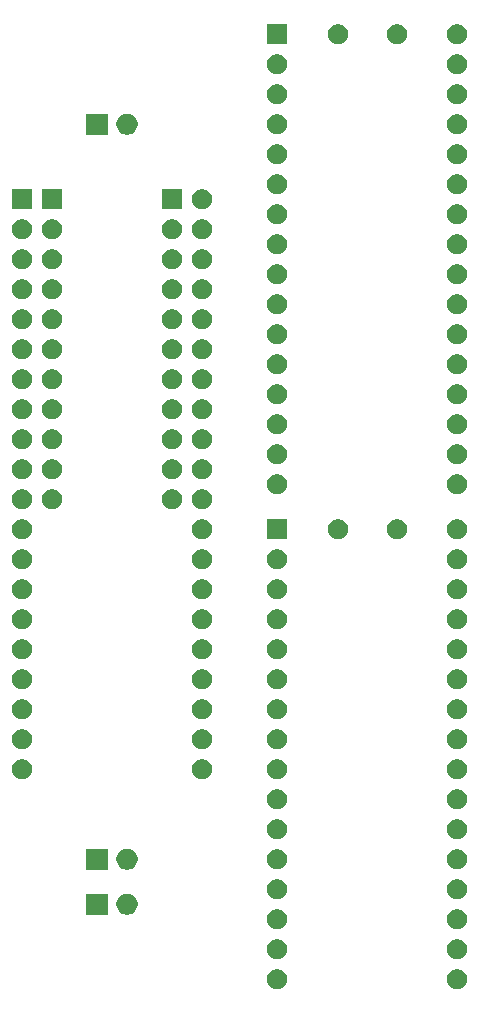
<source format=gbs>
G04 #@! TF.GenerationSoftware,KiCad,Pcbnew,5.1.5+dfsg1-2*
G04 #@! TF.CreationDate,2020-01-25T11:12:06+01:00*
G04 #@! TF.ProjectId,A500r5_eprom_adapter,41353030-7235-45f6-9570-726f6d5f6164,rev?*
G04 #@! TF.SameCoordinates,Original*
G04 #@! TF.FileFunction,Soldermask,Bot*
G04 #@! TF.FilePolarity,Negative*
%FSLAX46Y46*%
G04 Gerber Fmt 4.6, Leading zero omitted, Abs format (unit mm)*
G04 Created by KiCad (PCBNEW 5.1.5+dfsg1-2) date 2020-01-25 11:12:06*
%MOMM*%
%LPD*%
G04 APERTURE LIST*
%ADD10C,0.100000*%
G04 APERTURE END LIST*
D10*
G36*
X143758228Y-136341703D02*
G01*
X143913100Y-136405853D01*
X144052481Y-136498985D01*
X144171015Y-136617519D01*
X144264147Y-136756900D01*
X144328297Y-136911772D01*
X144361000Y-137076184D01*
X144361000Y-137243816D01*
X144328297Y-137408228D01*
X144264147Y-137563100D01*
X144171015Y-137702481D01*
X144052481Y-137821015D01*
X143913100Y-137914147D01*
X143758228Y-137978297D01*
X143593816Y-138011000D01*
X143426184Y-138011000D01*
X143261772Y-137978297D01*
X143106900Y-137914147D01*
X142967519Y-137821015D01*
X142848985Y-137702481D01*
X142755853Y-137563100D01*
X142691703Y-137408228D01*
X142659000Y-137243816D01*
X142659000Y-137076184D01*
X142691703Y-136911772D01*
X142755853Y-136756900D01*
X142848985Y-136617519D01*
X142967519Y-136498985D01*
X143106900Y-136405853D01*
X143261772Y-136341703D01*
X143426184Y-136309000D01*
X143593816Y-136309000D01*
X143758228Y-136341703D01*
G37*
G36*
X128518228Y-136341703D02*
G01*
X128673100Y-136405853D01*
X128812481Y-136498985D01*
X128931015Y-136617519D01*
X129024147Y-136756900D01*
X129088297Y-136911772D01*
X129121000Y-137076184D01*
X129121000Y-137243816D01*
X129088297Y-137408228D01*
X129024147Y-137563100D01*
X128931015Y-137702481D01*
X128812481Y-137821015D01*
X128673100Y-137914147D01*
X128518228Y-137978297D01*
X128353816Y-138011000D01*
X128186184Y-138011000D01*
X128021772Y-137978297D01*
X127866900Y-137914147D01*
X127727519Y-137821015D01*
X127608985Y-137702481D01*
X127515853Y-137563100D01*
X127451703Y-137408228D01*
X127419000Y-137243816D01*
X127419000Y-137076184D01*
X127451703Y-136911772D01*
X127515853Y-136756900D01*
X127608985Y-136617519D01*
X127727519Y-136498985D01*
X127866900Y-136405853D01*
X128021772Y-136341703D01*
X128186184Y-136309000D01*
X128353816Y-136309000D01*
X128518228Y-136341703D01*
G37*
G36*
X128518228Y-133801703D02*
G01*
X128673100Y-133865853D01*
X128812481Y-133958985D01*
X128931015Y-134077519D01*
X129024147Y-134216900D01*
X129088297Y-134371772D01*
X129121000Y-134536184D01*
X129121000Y-134703816D01*
X129088297Y-134868228D01*
X129024147Y-135023100D01*
X128931015Y-135162481D01*
X128812481Y-135281015D01*
X128673100Y-135374147D01*
X128518228Y-135438297D01*
X128353816Y-135471000D01*
X128186184Y-135471000D01*
X128021772Y-135438297D01*
X127866900Y-135374147D01*
X127727519Y-135281015D01*
X127608985Y-135162481D01*
X127515853Y-135023100D01*
X127451703Y-134868228D01*
X127419000Y-134703816D01*
X127419000Y-134536184D01*
X127451703Y-134371772D01*
X127515853Y-134216900D01*
X127608985Y-134077519D01*
X127727519Y-133958985D01*
X127866900Y-133865853D01*
X128021772Y-133801703D01*
X128186184Y-133769000D01*
X128353816Y-133769000D01*
X128518228Y-133801703D01*
G37*
G36*
X143758228Y-133801703D02*
G01*
X143913100Y-133865853D01*
X144052481Y-133958985D01*
X144171015Y-134077519D01*
X144264147Y-134216900D01*
X144328297Y-134371772D01*
X144361000Y-134536184D01*
X144361000Y-134703816D01*
X144328297Y-134868228D01*
X144264147Y-135023100D01*
X144171015Y-135162481D01*
X144052481Y-135281015D01*
X143913100Y-135374147D01*
X143758228Y-135438297D01*
X143593816Y-135471000D01*
X143426184Y-135471000D01*
X143261772Y-135438297D01*
X143106900Y-135374147D01*
X142967519Y-135281015D01*
X142848985Y-135162481D01*
X142755853Y-135023100D01*
X142691703Y-134868228D01*
X142659000Y-134703816D01*
X142659000Y-134536184D01*
X142691703Y-134371772D01*
X142755853Y-134216900D01*
X142848985Y-134077519D01*
X142967519Y-133958985D01*
X143106900Y-133865853D01*
X143261772Y-133801703D01*
X143426184Y-133769000D01*
X143593816Y-133769000D01*
X143758228Y-133801703D01*
G37*
G36*
X128518228Y-131261703D02*
G01*
X128673100Y-131325853D01*
X128812481Y-131418985D01*
X128931015Y-131537519D01*
X129024147Y-131676900D01*
X129088297Y-131831772D01*
X129121000Y-131996184D01*
X129121000Y-132163816D01*
X129088297Y-132328228D01*
X129024147Y-132483100D01*
X128931015Y-132622481D01*
X128812481Y-132741015D01*
X128673100Y-132834147D01*
X128518228Y-132898297D01*
X128353816Y-132931000D01*
X128186184Y-132931000D01*
X128021772Y-132898297D01*
X127866900Y-132834147D01*
X127727519Y-132741015D01*
X127608985Y-132622481D01*
X127515853Y-132483100D01*
X127451703Y-132328228D01*
X127419000Y-132163816D01*
X127419000Y-131996184D01*
X127451703Y-131831772D01*
X127515853Y-131676900D01*
X127608985Y-131537519D01*
X127727519Y-131418985D01*
X127866900Y-131325853D01*
X128021772Y-131261703D01*
X128186184Y-131229000D01*
X128353816Y-131229000D01*
X128518228Y-131261703D01*
G37*
G36*
X143758228Y-131261703D02*
G01*
X143913100Y-131325853D01*
X144052481Y-131418985D01*
X144171015Y-131537519D01*
X144264147Y-131676900D01*
X144328297Y-131831772D01*
X144361000Y-131996184D01*
X144361000Y-132163816D01*
X144328297Y-132328228D01*
X144264147Y-132483100D01*
X144171015Y-132622481D01*
X144052481Y-132741015D01*
X143913100Y-132834147D01*
X143758228Y-132898297D01*
X143593816Y-132931000D01*
X143426184Y-132931000D01*
X143261772Y-132898297D01*
X143106900Y-132834147D01*
X142967519Y-132741015D01*
X142848985Y-132622481D01*
X142755853Y-132483100D01*
X142691703Y-132328228D01*
X142659000Y-132163816D01*
X142659000Y-131996184D01*
X142691703Y-131831772D01*
X142755853Y-131676900D01*
X142848985Y-131537519D01*
X142967519Y-131418985D01*
X143106900Y-131325853D01*
X143261772Y-131261703D01*
X143426184Y-131229000D01*
X143593816Y-131229000D01*
X143758228Y-131261703D01*
G37*
G36*
X115683512Y-129913927D02*
G01*
X115832812Y-129943624D01*
X115996784Y-130011544D01*
X116144354Y-130110147D01*
X116269853Y-130235646D01*
X116368456Y-130383216D01*
X116436376Y-130547188D01*
X116471000Y-130721259D01*
X116471000Y-130898741D01*
X116436376Y-131072812D01*
X116368456Y-131236784D01*
X116269853Y-131384354D01*
X116144354Y-131509853D01*
X115996784Y-131608456D01*
X115832812Y-131676376D01*
X115683512Y-131706073D01*
X115658742Y-131711000D01*
X115481258Y-131711000D01*
X115456488Y-131706073D01*
X115307188Y-131676376D01*
X115143216Y-131608456D01*
X114995646Y-131509853D01*
X114870147Y-131384354D01*
X114771544Y-131236784D01*
X114703624Y-131072812D01*
X114669000Y-130898741D01*
X114669000Y-130721259D01*
X114703624Y-130547188D01*
X114771544Y-130383216D01*
X114870147Y-130235646D01*
X114995646Y-130110147D01*
X115143216Y-130011544D01*
X115307188Y-129943624D01*
X115456488Y-129913927D01*
X115481258Y-129909000D01*
X115658742Y-129909000D01*
X115683512Y-129913927D01*
G37*
G36*
X113931000Y-131711000D02*
G01*
X112129000Y-131711000D01*
X112129000Y-129909000D01*
X113931000Y-129909000D01*
X113931000Y-131711000D01*
G37*
G36*
X128518228Y-128721703D02*
G01*
X128673100Y-128785853D01*
X128812481Y-128878985D01*
X128931015Y-128997519D01*
X129024147Y-129136900D01*
X129088297Y-129291772D01*
X129121000Y-129456184D01*
X129121000Y-129623816D01*
X129088297Y-129788228D01*
X129024147Y-129943100D01*
X128931015Y-130082481D01*
X128812481Y-130201015D01*
X128673100Y-130294147D01*
X128518228Y-130358297D01*
X128353816Y-130391000D01*
X128186184Y-130391000D01*
X128021772Y-130358297D01*
X127866900Y-130294147D01*
X127727519Y-130201015D01*
X127608985Y-130082481D01*
X127515853Y-129943100D01*
X127451703Y-129788228D01*
X127419000Y-129623816D01*
X127419000Y-129456184D01*
X127451703Y-129291772D01*
X127515853Y-129136900D01*
X127608985Y-128997519D01*
X127727519Y-128878985D01*
X127866900Y-128785853D01*
X128021772Y-128721703D01*
X128186184Y-128689000D01*
X128353816Y-128689000D01*
X128518228Y-128721703D01*
G37*
G36*
X143758228Y-128721703D02*
G01*
X143913100Y-128785853D01*
X144052481Y-128878985D01*
X144171015Y-128997519D01*
X144264147Y-129136900D01*
X144328297Y-129291772D01*
X144361000Y-129456184D01*
X144361000Y-129623816D01*
X144328297Y-129788228D01*
X144264147Y-129943100D01*
X144171015Y-130082481D01*
X144052481Y-130201015D01*
X143913100Y-130294147D01*
X143758228Y-130358297D01*
X143593816Y-130391000D01*
X143426184Y-130391000D01*
X143261772Y-130358297D01*
X143106900Y-130294147D01*
X142967519Y-130201015D01*
X142848985Y-130082481D01*
X142755853Y-129943100D01*
X142691703Y-129788228D01*
X142659000Y-129623816D01*
X142659000Y-129456184D01*
X142691703Y-129291772D01*
X142755853Y-129136900D01*
X142848985Y-128997519D01*
X142967519Y-128878985D01*
X143106900Y-128785853D01*
X143261772Y-128721703D01*
X143426184Y-128689000D01*
X143593816Y-128689000D01*
X143758228Y-128721703D01*
G37*
G36*
X113931000Y-127901000D02*
G01*
X112129000Y-127901000D01*
X112129000Y-126099000D01*
X113931000Y-126099000D01*
X113931000Y-127901000D01*
G37*
G36*
X115683512Y-126103927D02*
G01*
X115832812Y-126133624D01*
X115996784Y-126201544D01*
X116144354Y-126300147D01*
X116269853Y-126425646D01*
X116368456Y-126573216D01*
X116436376Y-126737188D01*
X116471000Y-126911259D01*
X116471000Y-127088741D01*
X116436376Y-127262812D01*
X116368456Y-127426784D01*
X116269853Y-127574354D01*
X116144354Y-127699853D01*
X115996784Y-127798456D01*
X115832812Y-127866376D01*
X115683512Y-127896073D01*
X115658742Y-127901000D01*
X115481258Y-127901000D01*
X115456488Y-127896073D01*
X115307188Y-127866376D01*
X115143216Y-127798456D01*
X114995646Y-127699853D01*
X114870147Y-127574354D01*
X114771544Y-127426784D01*
X114703624Y-127262812D01*
X114669000Y-127088741D01*
X114669000Y-126911259D01*
X114703624Y-126737188D01*
X114771544Y-126573216D01*
X114870147Y-126425646D01*
X114995646Y-126300147D01*
X115143216Y-126201544D01*
X115307188Y-126133624D01*
X115456488Y-126103927D01*
X115481258Y-126099000D01*
X115658742Y-126099000D01*
X115683512Y-126103927D01*
G37*
G36*
X143758228Y-126181703D02*
G01*
X143913100Y-126245853D01*
X144052481Y-126338985D01*
X144171015Y-126457519D01*
X144264147Y-126596900D01*
X144328297Y-126751772D01*
X144361000Y-126916184D01*
X144361000Y-127083816D01*
X144328297Y-127248228D01*
X144264147Y-127403100D01*
X144171015Y-127542481D01*
X144052481Y-127661015D01*
X143913100Y-127754147D01*
X143758228Y-127818297D01*
X143593816Y-127851000D01*
X143426184Y-127851000D01*
X143261772Y-127818297D01*
X143106900Y-127754147D01*
X142967519Y-127661015D01*
X142848985Y-127542481D01*
X142755853Y-127403100D01*
X142691703Y-127248228D01*
X142659000Y-127083816D01*
X142659000Y-126916184D01*
X142691703Y-126751772D01*
X142755853Y-126596900D01*
X142848985Y-126457519D01*
X142967519Y-126338985D01*
X143106900Y-126245853D01*
X143261772Y-126181703D01*
X143426184Y-126149000D01*
X143593816Y-126149000D01*
X143758228Y-126181703D01*
G37*
G36*
X128518228Y-126181703D02*
G01*
X128673100Y-126245853D01*
X128812481Y-126338985D01*
X128931015Y-126457519D01*
X129024147Y-126596900D01*
X129088297Y-126751772D01*
X129121000Y-126916184D01*
X129121000Y-127083816D01*
X129088297Y-127248228D01*
X129024147Y-127403100D01*
X128931015Y-127542481D01*
X128812481Y-127661015D01*
X128673100Y-127754147D01*
X128518228Y-127818297D01*
X128353816Y-127851000D01*
X128186184Y-127851000D01*
X128021772Y-127818297D01*
X127866900Y-127754147D01*
X127727519Y-127661015D01*
X127608985Y-127542481D01*
X127515853Y-127403100D01*
X127451703Y-127248228D01*
X127419000Y-127083816D01*
X127419000Y-126916184D01*
X127451703Y-126751772D01*
X127515853Y-126596900D01*
X127608985Y-126457519D01*
X127727519Y-126338985D01*
X127866900Y-126245853D01*
X128021772Y-126181703D01*
X128186184Y-126149000D01*
X128353816Y-126149000D01*
X128518228Y-126181703D01*
G37*
G36*
X128518228Y-123641703D02*
G01*
X128673100Y-123705853D01*
X128812481Y-123798985D01*
X128931015Y-123917519D01*
X129024147Y-124056900D01*
X129088297Y-124211772D01*
X129121000Y-124376184D01*
X129121000Y-124543816D01*
X129088297Y-124708228D01*
X129024147Y-124863100D01*
X128931015Y-125002481D01*
X128812481Y-125121015D01*
X128673100Y-125214147D01*
X128518228Y-125278297D01*
X128353816Y-125311000D01*
X128186184Y-125311000D01*
X128021772Y-125278297D01*
X127866900Y-125214147D01*
X127727519Y-125121015D01*
X127608985Y-125002481D01*
X127515853Y-124863100D01*
X127451703Y-124708228D01*
X127419000Y-124543816D01*
X127419000Y-124376184D01*
X127451703Y-124211772D01*
X127515853Y-124056900D01*
X127608985Y-123917519D01*
X127727519Y-123798985D01*
X127866900Y-123705853D01*
X128021772Y-123641703D01*
X128186184Y-123609000D01*
X128353816Y-123609000D01*
X128518228Y-123641703D01*
G37*
G36*
X143758228Y-123641703D02*
G01*
X143913100Y-123705853D01*
X144052481Y-123798985D01*
X144171015Y-123917519D01*
X144264147Y-124056900D01*
X144328297Y-124211772D01*
X144361000Y-124376184D01*
X144361000Y-124543816D01*
X144328297Y-124708228D01*
X144264147Y-124863100D01*
X144171015Y-125002481D01*
X144052481Y-125121015D01*
X143913100Y-125214147D01*
X143758228Y-125278297D01*
X143593816Y-125311000D01*
X143426184Y-125311000D01*
X143261772Y-125278297D01*
X143106900Y-125214147D01*
X142967519Y-125121015D01*
X142848985Y-125002481D01*
X142755853Y-124863100D01*
X142691703Y-124708228D01*
X142659000Y-124543816D01*
X142659000Y-124376184D01*
X142691703Y-124211772D01*
X142755853Y-124056900D01*
X142848985Y-123917519D01*
X142967519Y-123798985D01*
X143106900Y-123705853D01*
X143261772Y-123641703D01*
X143426184Y-123609000D01*
X143593816Y-123609000D01*
X143758228Y-123641703D01*
G37*
G36*
X143758228Y-121101703D02*
G01*
X143913100Y-121165853D01*
X144052481Y-121258985D01*
X144171015Y-121377519D01*
X144264147Y-121516900D01*
X144328297Y-121671772D01*
X144361000Y-121836184D01*
X144361000Y-122003816D01*
X144328297Y-122168228D01*
X144264147Y-122323100D01*
X144171015Y-122462481D01*
X144052481Y-122581015D01*
X143913100Y-122674147D01*
X143758228Y-122738297D01*
X143593816Y-122771000D01*
X143426184Y-122771000D01*
X143261772Y-122738297D01*
X143106900Y-122674147D01*
X142967519Y-122581015D01*
X142848985Y-122462481D01*
X142755853Y-122323100D01*
X142691703Y-122168228D01*
X142659000Y-122003816D01*
X142659000Y-121836184D01*
X142691703Y-121671772D01*
X142755853Y-121516900D01*
X142848985Y-121377519D01*
X142967519Y-121258985D01*
X143106900Y-121165853D01*
X143261772Y-121101703D01*
X143426184Y-121069000D01*
X143593816Y-121069000D01*
X143758228Y-121101703D01*
G37*
G36*
X128518228Y-121101703D02*
G01*
X128673100Y-121165853D01*
X128812481Y-121258985D01*
X128931015Y-121377519D01*
X129024147Y-121516900D01*
X129088297Y-121671772D01*
X129121000Y-121836184D01*
X129121000Y-122003816D01*
X129088297Y-122168228D01*
X129024147Y-122323100D01*
X128931015Y-122462481D01*
X128812481Y-122581015D01*
X128673100Y-122674147D01*
X128518228Y-122738297D01*
X128353816Y-122771000D01*
X128186184Y-122771000D01*
X128021772Y-122738297D01*
X127866900Y-122674147D01*
X127727519Y-122581015D01*
X127608985Y-122462481D01*
X127515853Y-122323100D01*
X127451703Y-122168228D01*
X127419000Y-122003816D01*
X127419000Y-121836184D01*
X127451703Y-121671772D01*
X127515853Y-121516900D01*
X127608985Y-121377519D01*
X127727519Y-121258985D01*
X127866900Y-121165853D01*
X128021772Y-121101703D01*
X128186184Y-121069000D01*
X128353816Y-121069000D01*
X128518228Y-121101703D01*
G37*
G36*
X106928228Y-118561703D02*
G01*
X107083100Y-118625853D01*
X107222481Y-118718985D01*
X107341015Y-118837519D01*
X107434147Y-118976900D01*
X107498297Y-119131772D01*
X107531000Y-119296184D01*
X107531000Y-119463816D01*
X107498297Y-119628228D01*
X107434147Y-119783100D01*
X107341015Y-119922481D01*
X107222481Y-120041015D01*
X107083100Y-120134147D01*
X106928228Y-120198297D01*
X106763816Y-120231000D01*
X106596184Y-120231000D01*
X106431772Y-120198297D01*
X106276900Y-120134147D01*
X106137519Y-120041015D01*
X106018985Y-119922481D01*
X105925853Y-119783100D01*
X105861703Y-119628228D01*
X105829000Y-119463816D01*
X105829000Y-119296184D01*
X105861703Y-119131772D01*
X105925853Y-118976900D01*
X106018985Y-118837519D01*
X106137519Y-118718985D01*
X106276900Y-118625853D01*
X106431772Y-118561703D01*
X106596184Y-118529000D01*
X106763816Y-118529000D01*
X106928228Y-118561703D01*
G37*
G36*
X143758228Y-118561703D02*
G01*
X143913100Y-118625853D01*
X144052481Y-118718985D01*
X144171015Y-118837519D01*
X144264147Y-118976900D01*
X144328297Y-119131772D01*
X144361000Y-119296184D01*
X144361000Y-119463816D01*
X144328297Y-119628228D01*
X144264147Y-119783100D01*
X144171015Y-119922481D01*
X144052481Y-120041015D01*
X143913100Y-120134147D01*
X143758228Y-120198297D01*
X143593816Y-120231000D01*
X143426184Y-120231000D01*
X143261772Y-120198297D01*
X143106900Y-120134147D01*
X142967519Y-120041015D01*
X142848985Y-119922481D01*
X142755853Y-119783100D01*
X142691703Y-119628228D01*
X142659000Y-119463816D01*
X142659000Y-119296184D01*
X142691703Y-119131772D01*
X142755853Y-118976900D01*
X142848985Y-118837519D01*
X142967519Y-118718985D01*
X143106900Y-118625853D01*
X143261772Y-118561703D01*
X143426184Y-118529000D01*
X143593816Y-118529000D01*
X143758228Y-118561703D01*
G37*
G36*
X128518228Y-118561703D02*
G01*
X128673100Y-118625853D01*
X128812481Y-118718985D01*
X128931015Y-118837519D01*
X129024147Y-118976900D01*
X129088297Y-119131772D01*
X129121000Y-119296184D01*
X129121000Y-119463816D01*
X129088297Y-119628228D01*
X129024147Y-119783100D01*
X128931015Y-119922481D01*
X128812481Y-120041015D01*
X128673100Y-120134147D01*
X128518228Y-120198297D01*
X128353816Y-120231000D01*
X128186184Y-120231000D01*
X128021772Y-120198297D01*
X127866900Y-120134147D01*
X127727519Y-120041015D01*
X127608985Y-119922481D01*
X127515853Y-119783100D01*
X127451703Y-119628228D01*
X127419000Y-119463816D01*
X127419000Y-119296184D01*
X127451703Y-119131772D01*
X127515853Y-118976900D01*
X127608985Y-118837519D01*
X127727519Y-118718985D01*
X127866900Y-118625853D01*
X128021772Y-118561703D01*
X128186184Y-118529000D01*
X128353816Y-118529000D01*
X128518228Y-118561703D01*
G37*
G36*
X122168228Y-118561703D02*
G01*
X122323100Y-118625853D01*
X122462481Y-118718985D01*
X122581015Y-118837519D01*
X122674147Y-118976900D01*
X122738297Y-119131772D01*
X122771000Y-119296184D01*
X122771000Y-119463816D01*
X122738297Y-119628228D01*
X122674147Y-119783100D01*
X122581015Y-119922481D01*
X122462481Y-120041015D01*
X122323100Y-120134147D01*
X122168228Y-120198297D01*
X122003816Y-120231000D01*
X121836184Y-120231000D01*
X121671772Y-120198297D01*
X121516900Y-120134147D01*
X121377519Y-120041015D01*
X121258985Y-119922481D01*
X121165853Y-119783100D01*
X121101703Y-119628228D01*
X121069000Y-119463816D01*
X121069000Y-119296184D01*
X121101703Y-119131772D01*
X121165853Y-118976900D01*
X121258985Y-118837519D01*
X121377519Y-118718985D01*
X121516900Y-118625853D01*
X121671772Y-118561703D01*
X121836184Y-118529000D01*
X122003816Y-118529000D01*
X122168228Y-118561703D01*
G37*
G36*
X106928228Y-116021703D02*
G01*
X107083100Y-116085853D01*
X107222481Y-116178985D01*
X107341015Y-116297519D01*
X107434147Y-116436900D01*
X107498297Y-116591772D01*
X107531000Y-116756184D01*
X107531000Y-116923816D01*
X107498297Y-117088228D01*
X107434147Y-117243100D01*
X107341015Y-117382481D01*
X107222481Y-117501015D01*
X107083100Y-117594147D01*
X106928228Y-117658297D01*
X106763816Y-117691000D01*
X106596184Y-117691000D01*
X106431772Y-117658297D01*
X106276900Y-117594147D01*
X106137519Y-117501015D01*
X106018985Y-117382481D01*
X105925853Y-117243100D01*
X105861703Y-117088228D01*
X105829000Y-116923816D01*
X105829000Y-116756184D01*
X105861703Y-116591772D01*
X105925853Y-116436900D01*
X106018985Y-116297519D01*
X106137519Y-116178985D01*
X106276900Y-116085853D01*
X106431772Y-116021703D01*
X106596184Y-115989000D01*
X106763816Y-115989000D01*
X106928228Y-116021703D01*
G37*
G36*
X122168228Y-116021703D02*
G01*
X122323100Y-116085853D01*
X122462481Y-116178985D01*
X122581015Y-116297519D01*
X122674147Y-116436900D01*
X122738297Y-116591772D01*
X122771000Y-116756184D01*
X122771000Y-116923816D01*
X122738297Y-117088228D01*
X122674147Y-117243100D01*
X122581015Y-117382481D01*
X122462481Y-117501015D01*
X122323100Y-117594147D01*
X122168228Y-117658297D01*
X122003816Y-117691000D01*
X121836184Y-117691000D01*
X121671772Y-117658297D01*
X121516900Y-117594147D01*
X121377519Y-117501015D01*
X121258985Y-117382481D01*
X121165853Y-117243100D01*
X121101703Y-117088228D01*
X121069000Y-116923816D01*
X121069000Y-116756184D01*
X121101703Y-116591772D01*
X121165853Y-116436900D01*
X121258985Y-116297519D01*
X121377519Y-116178985D01*
X121516900Y-116085853D01*
X121671772Y-116021703D01*
X121836184Y-115989000D01*
X122003816Y-115989000D01*
X122168228Y-116021703D01*
G37*
G36*
X128518228Y-116021703D02*
G01*
X128673100Y-116085853D01*
X128812481Y-116178985D01*
X128931015Y-116297519D01*
X129024147Y-116436900D01*
X129088297Y-116591772D01*
X129121000Y-116756184D01*
X129121000Y-116923816D01*
X129088297Y-117088228D01*
X129024147Y-117243100D01*
X128931015Y-117382481D01*
X128812481Y-117501015D01*
X128673100Y-117594147D01*
X128518228Y-117658297D01*
X128353816Y-117691000D01*
X128186184Y-117691000D01*
X128021772Y-117658297D01*
X127866900Y-117594147D01*
X127727519Y-117501015D01*
X127608985Y-117382481D01*
X127515853Y-117243100D01*
X127451703Y-117088228D01*
X127419000Y-116923816D01*
X127419000Y-116756184D01*
X127451703Y-116591772D01*
X127515853Y-116436900D01*
X127608985Y-116297519D01*
X127727519Y-116178985D01*
X127866900Y-116085853D01*
X128021772Y-116021703D01*
X128186184Y-115989000D01*
X128353816Y-115989000D01*
X128518228Y-116021703D01*
G37*
G36*
X143758228Y-116021703D02*
G01*
X143913100Y-116085853D01*
X144052481Y-116178985D01*
X144171015Y-116297519D01*
X144264147Y-116436900D01*
X144328297Y-116591772D01*
X144361000Y-116756184D01*
X144361000Y-116923816D01*
X144328297Y-117088228D01*
X144264147Y-117243100D01*
X144171015Y-117382481D01*
X144052481Y-117501015D01*
X143913100Y-117594147D01*
X143758228Y-117658297D01*
X143593816Y-117691000D01*
X143426184Y-117691000D01*
X143261772Y-117658297D01*
X143106900Y-117594147D01*
X142967519Y-117501015D01*
X142848985Y-117382481D01*
X142755853Y-117243100D01*
X142691703Y-117088228D01*
X142659000Y-116923816D01*
X142659000Y-116756184D01*
X142691703Y-116591772D01*
X142755853Y-116436900D01*
X142848985Y-116297519D01*
X142967519Y-116178985D01*
X143106900Y-116085853D01*
X143261772Y-116021703D01*
X143426184Y-115989000D01*
X143593816Y-115989000D01*
X143758228Y-116021703D01*
G37*
G36*
X106928228Y-113481703D02*
G01*
X107083100Y-113545853D01*
X107222481Y-113638985D01*
X107341015Y-113757519D01*
X107434147Y-113896900D01*
X107498297Y-114051772D01*
X107531000Y-114216184D01*
X107531000Y-114383816D01*
X107498297Y-114548228D01*
X107434147Y-114703100D01*
X107341015Y-114842481D01*
X107222481Y-114961015D01*
X107083100Y-115054147D01*
X106928228Y-115118297D01*
X106763816Y-115151000D01*
X106596184Y-115151000D01*
X106431772Y-115118297D01*
X106276900Y-115054147D01*
X106137519Y-114961015D01*
X106018985Y-114842481D01*
X105925853Y-114703100D01*
X105861703Y-114548228D01*
X105829000Y-114383816D01*
X105829000Y-114216184D01*
X105861703Y-114051772D01*
X105925853Y-113896900D01*
X106018985Y-113757519D01*
X106137519Y-113638985D01*
X106276900Y-113545853D01*
X106431772Y-113481703D01*
X106596184Y-113449000D01*
X106763816Y-113449000D01*
X106928228Y-113481703D01*
G37*
G36*
X128518228Y-113481703D02*
G01*
X128673100Y-113545853D01*
X128812481Y-113638985D01*
X128931015Y-113757519D01*
X129024147Y-113896900D01*
X129088297Y-114051772D01*
X129121000Y-114216184D01*
X129121000Y-114383816D01*
X129088297Y-114548228D01*
X129024147Y-114703100D01*
X128931015Y-114842481D01*
X128812481Y-114961015D01*
X128673100Y-115054147D01*
X128518228Y-115118297D01*
X128353816Y-115151000D01*
X128186184Y-115151000D01*
X128021772Y-115118297D01*
X127866900Y-115054147D01*
X127727519Y-114961015D01*
X127608985Y-114842481D01*
X127515853Y-114703100D01*
X127451703Y-114548228D01*
X127419000Y-114383816D01*
X127419000Y-114216184D01*
X127451703Y-114051772D01*
X127515853Y-113896900D01*
X127608985Y-113757519D01*
X127727519Y-113638985D01*
X127866900Y-113545853D01*
X128021772Y-113481703D01*
X128186184Y-113449000D01*
X128353816Y-113449000D01*
X128518228Y-113481703D01*
G37*
G36*
X122168228Y-113481703D02*
G01*
X122323100Y-113545853D01*
X122462481Y-113638985D01*
X122581015Y-113757519D01*
X122674147Y-113896900D01*
X122738297Y-114051772D01*
X122771000Y-114216184D01*
X122771000Y-114383816D01*
X122738297Y-114548228D01*
X122674147Y-114703100D01*
X122581015Y-114842481D01*
X122462481Y-114961015D01*
X122323100Y-115054147D01*
X122168228Y-115118297D01*
X122003816Y-115151000D01*
X121836184Y-115151000D01*
X121671772Y-115118297D01*
X121516900Y-115054147D01*
X121377519Y-114961015D01*
X121258985Y-114842481D01*
X121165853Y-114703100D01*
X121101703Y-114548228D01*
X121069000Y-114383816D01*
X121069000Y-114216184D01*
X121101703Y-114051772D01*
X121165853Y-113896900D01*
X121258985Y-113757519D01*
X121377519Y-113638985D01*
X121516900Y-113545853D01*
X121671772Y-113481703D01*
X121836184Y-113449000D01*
X122003816Y-113449000D01*
X122168228Y-113481703D01*
G37*
G36*
X143758228Y-113481703D02*
G01*
X143913100Y-113545853D01*
X144052481Y-113638985D01*
X144171015Y-113757519D01*
X144264147Y-113896900D01*
X144328297Y-114051772D01*
X144361000Y-114216184D01*
X144361000Y-114383816D01*
X144328297Y-114548228D01*
X144264147Y-114703100D01*
X144171015Y-114842481D01*
X144052481Y-114961015D01*
X143913100Y-115054147D01*
X143758228Y-115118297D01*
X143593816Y-115151000D01*
X143426184Y-115151000D01*
X143261772Y-115118297D01*
X143106900Y-115054147D01*
X142967519Y-114961015D01*
X142848985Y-114842481D01*
X142755853Y-114703100D01*
X142691703Y-114548228D01*
X142659000Y-114383816D01*
X142659000Y-114216184D01*
X142691703Y-114051772D01*
X142755853Y-113896900D01*
X142848985Y-113757519D01*
X142967519Y-113638985D01*
X143106900Y-113545853D01*
X143261772Y-113481703D01*
X143426184Y-113449000D01*
X143593816Y-113449000D01*
X143758228Y-113481703D01*
G37*
G36*
X122168228Y-110941703D02*
G01*
X122323100Y-111005853D01*
X122462481Y-111098985D01*
X122581015Y-111217519D01*
X122674147Y-111356900D01*
X122738297Y-111511772D01*
X122771000Y-111676184D01*
X122771000Y-111843816D01*
X122738297Y-112008228D01*
X122674147Y-112163100D01*
X122581015Y-112302481D01*
X122462481Y-112421015D01*
X122323100Y-112514147D01*
X122168228Y-112578297D01*
X122003816Y-112611000D01*
X121836184Y-112611000D01*
X121671772Y-112578297D01*
X121516900Y-112514147D01*
X121377519Y-112421015D01*
X121258985Y-112302481D01*
X121165853Y-112163100D01*
X121101703Y-112008228D01*
X121069000Y-111843816D01*
X121069000Y-111676184D01*
X121101703Y-111511772D01*
X121165853Y-111356900D01*
X121258985Y-111217519D01*
X121377519Y-111098985D01*
X121516900Y-111005853D01*
X121671772Y-110941703D01*
X121836184Y-110909000D01*
X122003816Y-110909000D01*
X122168228Y-110941703D01*
G37*
G36*
X143758228Y-110941703D02*
G01*
X143913100Y-111005853D01*
X144052481Y-111098985D01*
X144171015Y-111217519D01*
X144264147Y-111356900D01*
X144328297Y-111511772D01*
X144361000Y-111676184D01*
X144361000Y-111843816D01*
X144328297Y-112008228D01*
X144264147Y-112163100D01*
X144171015Y-112302481D01*
X144052481Y-112421015D01*
X143913100Y-112514147D01*
X143758228Y-112578297D01*
X143593816Y-112611000D01*
X143426184Y-112611000D01*
X143261772Y-112578297D01*
X143106900Y-112514147D01*
X142967519Y-112421015D01*
X142848985Y-112302481D01*
X142755853Y-112163100D01*
X142691703Y-112008228D01*
X142659000Y-111843816D01*
X142659000Y-111676184D01*
X142691703Y-111511772D01*
X142755853Y-111356900D01*
X142848985Y-111217519D01*
X142967519Y-111098985D01*
X143106900Y-111005853D01*
X143261772Y-110941703D01*
X143426184Y-110909000D01*
X143593816Y-110909000D01*
X143758228Y-110941703D01*
G37*
G36*
X128518228Y-110941703D02*
G01*
X128673100Y-111005853D01*
X128812481Y-111098985D01*
X128931015Y-111217519D01*
X129024147Y-111356900D01*
X129088297Y-111511772D01*
X129121000Y-111676184D01*
X129121000Y-111843816D01*
X129088297Y-112008228D01*
X129024147Y-112163100D01*
X128931015Y-112302481D01*
X128812481Y-112421015D01*
X128673100Y-112514147D01*
X128518228Y-112578297D01*
X128353816Y-112611000D01*
X128186184Y-112611000D01*
X128021772Y-112578297D01*
X127866900Y-112514147D01*
X127727519Y-112421015D01*
X127608985Y-112302481D01*
X127515853Y-112163100D01*
X127451703Y-112008228D01*
X127419000Y-111843816D01*
X127419000Y-111676184D01*
X127451703Y-111511772D01*
X127515853Y-111356900D01*
X127608985Y-111217519D01*
X127727519Y-111098985D01*
X127866900Y-111005853D01*
X128021772Y-110941703D01*
X128186184Y-110909000D01*
X128353816Y-110909000D01*
X128518228Y-110941703D01*
G37*
G36*
X106928228Y-110941703D02*
G01*
X107083100Y-111005853D01*
X107222481Y-111098985D01*
X107341015Y-111217519D01*
X107434147Y-111356900D01*
X107498297Y-111511772D01*
X107531000Y-111676184D01*
X107531000Y-111843816D01*
X107498297Y-112008228D01*
X107434147Y-112163100D01*
X107341015Y-112302481D01*
X107222481Y-112421015D01*
X107083100Y-112514147D01*
X106928228Y-112578297D01*
X106763816Y-112611000D01*
X106596184Y-112611000D01*
X106431772Y-112578297D01*
X106276900Y-112514147D01*
X106137519Y-112421015D01*
X106018985Y-112302481D01*
X105925853Y-112163100D01*
X105861703Y-112008228D01*
X105829000Y-111843816D01*
X105829000Y-111676184D01*
X105861703Y-111511772D01*
X105925853Y-111356900D01*
X106018985Y-111217519D01*
X106137519Y-111098985D01*
X106276900Y-111005853D01*
X106431772Y-110941703D01*
X106596184Y-110909000D01*
X106763816Y-110909000D01*
X106928228Y-110941703D01*
G37*
G36*
X122168228Y-108401703D02*
G01*
X122323100Y-108465853D01*
X122462481Y-108558985D01*
X122581015Y-108677519D01*
X122674147Y-108816900D01*
X122738297Y-108971772D01*
X122771000Y-109136184D01*
X122771000Y-109303816D01*
X122738297Y-109468228D01*
X122674147Y-109623100D01*
X122581015Y-109762481D01*
X122462481Y-109881015D01*
X122323100Y-109974147D01*
X122168228Y-110038297D01*
X122003816Y-110071000D01*
X121836184Y-110071000D01*
X121671772Y-110038297D01*
X121516900Y-109974147D01*
X121377519Y-109881015D01*
X121258985Y-109762481D01*
X121165853Y-109623100D01*
X121101703Y-109468228D01*
X121069000Y-109303816D01*
X121069000Y-109136184D01*
X121101703Y-108971772D01*
X121165853Y-108816900D01*
X121258985Y-108677519D01*
X121377519Y-108558985D01*
X121516900Y-108465853D01*
X121671772Y-108401703D01*
X121836184Y-108369000D01*
X122003816Y-108369000D01*
X122168228Y-108401703D01*
G37*
G36*
X143758228Y-108401703D02*
G01*
X143913100Y-108465853D01*
X144052481Y-108558985D01*
X144171015Y-108677519D01*
X144264147Y-108816900D01*
X144328297Y-108971772D01*
X144361000Y-109136184D01*
X144361000Y-109303816D01*
X144328297Y-109468228D01*
X144264147Y-109623100D01*
X144171015Y-109762481D01*
X144052481Y-109881015D01*
X143913100Y-109974147D01*
X143758228Y-110038297D01*
X143593816Y-110071000D01*
X143426184Y-110071000D01*
X143261772Y-110038297D01*
X143106900Y-109974147D01*
X142967519Y-109881015D01*
X142848985Y-109762481D01*
X142755853Y-109623100D01*
X142691703Y-109468228D01*
X142659000Y-109303816D01*
X142659000Y-109136184D01*
X142691703Y-108971772D01*
X142755853Y-108816900D01*
X142848985Y-108677519D01*
X142967519Y-108558985D01*
X143106900Y-108465853D01*
X143261772Y-108401703D01*
X143426184Y-108369000D01*
X143593816Y-108369000D01*
X143758228Y-108401703D01*
G37*
G36*
X128518228Y-108401703D02*
G01*
X128673100Y-108465853D01*
X128812481Y-108558985D01*
X128931015Y-108677519D01*
X129024147Y-108816900D01*
X129088297Y-108971772D01*
X129121000Y-109136184D01*
X129121000Y-109303816D01*
X129088297Y-109468228D01*
X129024147Y-109623100D01*
X128931015Y-109762481D01*
X128812481Y-109881015D01*
X128673100Y-109974147D01*
X128518228Y-110038297D01*
X128353816Y-110071000D01*
X128186184Y-110071000D01*
X128021772Y-110038297D01*
X127866900Y-109974147D01*
X127727519Y-109881015D01*
X127608985Y-109762481D01*
X127515853Y-109623100D01*
X127451703Y-109468228D01*
X127419000Y-109303816D01*
X127419000Y-109136184D01*
X127451703Y-108971772D01*
X127515853Y-108816900D01*
X127608985Y-108677519D01*
X127727519Y-108558985D01*
X127866900Y-108465853D01*
X128021772Y-108401703D01*
X128186184Y-108369000D01*
X128353816Y-108369000D01*
X128518228Y-108401703D01*
G37*
G36*
X106928228Y-108401703D02*
G01*
X107083100Y-108465853D01*
X107222481Y-108558985D01*
X107341015Y-108677519D01*
X107434147Y-108816900D01*
X107498297Y-108971772D01*
X107531000Y-109136184D01*
X107531000Y-109303816D01*
X107498297Y-109468228D01*
X107434147Y-109623100D01*
X107341015Y-109762481D01*
X107222481Y-109881015D01*
X107083100Y-109974147D01*
X106928228Y-110038297D01*
X106763816Y-110071000D01*
X106596184Y-110071000D01*
X106431772Y-110038297D01*
X106276900Y-109974147D01*
X106137519Y-109881015D01*
X106018985Y-109762481D01*
X105925853Y-109623100D01*
X105861703Y-109468228D01*
X105829000Y-109303816D01*
X105829000Y-109136184D01*
X105861703Y-108971772D01*
X105925853Y-108816900D01*
X106018985Y-108677519D01*
X106137519Y-108558985D01*
X106276900Y-108465853D01*
X106431772Y-108401703D01*
X106596184Y-108369000D01*
X106763816Y-108369000D01*
X106928228Y-108401703D01*
G37*
G36*
X143758228Y-105861703D02*
G01*
X143913100Y-105925853D01*
X144052481Y-106018985D01*
X144171015Y-106137519D01*
X144264147Y-106276900D01*
X144328297Y-106431772D01*
X144361000Y-106596184D01*
X144361000Y-106763816D01*
X144328297Y-106928228D01*
X144264147Y-107083100D01*
X144171015Y-107222481D01*
X144052481Y-107341015D01*
X143913100Y-107434147D01*
X143758228Y-107498297D01*
X143593816Y-107531000D01*
X143426184Y-107531000D01*
X143261772Y-107498297D01*
X143106900Y-107434147D01*
X142967519Y-107341015D01*
X142848985Y-107222481D01*
X142755853Y-107083100D01*
X142691703Y-106928228D01*
X142659000Y-106763816D01*
X142659000Y-106596184D01*
X142691703Y-106431772D01*
X142755853Y-106276900D01*
X142848985Y-106137519D01*
X142967519Y-106018985D01*
X143106900Y-105925853D01*
X143261772Y-105861703D01*
X143426184Y-105829000D01*
X143593816Y-105829000D01*
X143758228Y-105861703D01*
G37*
G36*
X122168228Y-105861703D02*
G01*
X122323100Y-105925853D01*
X122462481Y-106018985D01*
X122581015Y-106137519D01*
X122674147Y-106276900D01*
X122738297Y-106431772D01*
X122771000Y-106596184D01*
X122771000Y-106763816D01*
X122738297Y-106928228D01*
X122674147Y-107083100D01*
X122581015Y-107222481D01*
X122462481Y-107341015D01*
X122323100Y-107434147D01*
X122168228Y-107498297D01*
X122003816Y-107531000D01*
X121836184Y-107531000D01*
X121671772Y-107498297D01*
X121516900Y-107434147D01*
X121377519Y-107341015D01*
X121258985Y-107222481D01*
X121165853Y-107083100D01*
X121101703Y-106928228D01*
X121069000Y-106763816D01*
X121069000Y-106596184D01*
X121101703Y-106431772D01*
X121165853Y-106276900D01*
X121258985Y-106137519D01*
X121377519Y-106018985D01*
X121516900Y-105925853D01*
X121671772Y-105861703D01*
X121836184Y-105829000D01*
X122003816Y-105829000D01*
X122168228Y-105861703D01*
G37*
G36*
X106928228Y-105861703D02*
G01*
X107083100Y-105925853D01*
X107222481Y-106018985D01*
X107341015Y-106137519D01*
X107434147Y-106276900D01*
X107498297Y-106431772D01*
X107531000Y-106596184D01*
X107531000Y-106763816D01*
X107498297Y-106928228D01*
X107434147Y-107083100D01*
X107341015Y-107222481D01*
X107222481Y-107341015D01*
X107083100Y-107434147D01*
X106928228Y-107498297D01*
X106763816Y-107531000D01*
X106596184Y-107531000D01*
X106431772Y-107498297D01*
X106276900Y-107434147D01*
X106137519Y-107341015D01*
X106018985Y-107222481D01*
X105925853Y-107083100D01*
X105861703Y-106928228D01*
X105829000Y-106763816D01*
X105829000Y-106596184D01*
X105861703Y-106431772D01*
X105925853Y-106276900D01*
X106018985Y-106137519D01*
X106137519Y-106018985D01*
X106276900Y-105925853D01*
X106431772Y-105861703D01*
X106596184Y-105829000D01*
X106763816Y-105829000D01*
X106928228Y-105861703D01*
G37*
G36*
X128518228Y-105861703D02*
G01*
X128673100Y-105925853D01*
X128812481Y-106018985D01*
X128931015Y-106137519D01*
X129024147Y-106276900D01*
X129088297Y-106431772D01*
X129121000Y-106596184D01*
X129121000Y-106763816D01*
X129088297Y-106928228D01*
X129024147Y-107083100D01*
X128931015Y-107222481D01*
X128812481Y-107341015D01*
X128673100Y-107434147D01*
X128518228Y-107498297D01*
X128353816Y-107531000D01*
X128186184Y-107531000D01*
X128021772Y-107498297D01*
X127866900Y-107434147D01*
X127727519Y-107341015D01*
X127608985Y-107222481D01*
X127515853Y-107083100D01*
X127451703Y-106928228D01*
X127419000Y-106763816D01*
X127419000Y-106596184D01*
X127451703Y-106431772D01*
X127515853Y-106276900D01*
X127608985Y-106137519D01*
X127727519Y-106018985D01*
X127866900Y-105925853D01*
X128021772Y-105861703D01*
X128186184Y-105829000D01*
X128353816Y-105829000D01*
X128518228Y-105861703D01*
G37*
G36*
X128518228Y-103321703D02*
G01*
X128673100Y-103385853D01*
X128812481Y-103478985D01*
X128931015Y-103597519D01*
X129024147Y-103736900D01*
X129088297Y-103891772D01*
X129121000Y-104056184D01*
X129121000Y-104223816D01*
X129088297Y-104388228D01*
X129024147Y-104543100D01*
X128931015Y-104682481D01*
X128812481Y-104801015D01*
X128673100Y-104894147D01*
X128518228Y-104958297D01*
X128353816Y-104991000D01*
X128186184Y-104991000D01*
X128021772Y-104958297D01*
X127866900Y-104894147D01*
X127727519Y-104801015D01*
X127608985Y-104682481D01*
X127515853Y-104543100D01*
X127451703Y-104388228D01*
X127419000Y-104223816D01*
X127419000Y-104056184D01*
X127451703Y-103891772D01*
X127515853Y-103736900D01*
X127608985Y-103597519D01*
X127727519Y-103478985D01*
X127866900Y-103385853D01*
X128021772Y-103321703D01*
X128186184Y-103289000D01*
X128353816Y-103289000D01*
X128518228Y-103321703D01*
G37*
G36*
X143758228Y-103321703D02*
G01*
X143913100Y-103385853D01*
X144052481Y-103478985D01*
X144171015Y-103597519D01*
X144264147Y-103736900D01*
X144328297Y-103891772D01*
X144361000Y-104056184D01*
X144361000Y-104223816D01*
X144328297Y-104388228D01*
X144264147Y-104543100D01*
X144171015Y-104682481D01*
X144052481Y-104801015D01*
X143913100Y-104894147D01*
X143758228Y-104958297D01*
X143593816Y-104991000D01*
X143426184Y-104991000D01*
X143261772Y-104958297D01*
X143106900Y-104894147D01*
X142967519Y-104801015D01*
X142848985Y-104682481D01*
X142755853Y-104543100D01*
X142691703Y-104388228D01*
X142659000Y-104223816D01*
X142659000Y-104056184D01*
X142691703Y-103891772D01*
X142755853Y-103736900D01*
X142848985Y-103597519D01*
X142967519Y-103478985D01*
X143106900Y-103385853D01*
X143261772Y-103321703D01*
X143426184Y-103289000D01*
X143593816Y-103289000D01*
X143758228Y-103321703D01*
G37*
G36*
X122168228Y-103321703D02*
G01*
X122323100Y-103385853D01*
X122462481Y-103478985D01*
X122581015Y-103597519D01*
X122674147Y-103736900D01*
X122738297Y-103891772D01*
X122771000Y-104056184D01*
X122771000Y-104223816D01*
X122738297Y-104388228D01*
X122674147Y-104543100D01*
X122581015Y-104682481D01*
X122462481Y-104801015D01*
X122323100Y-104894147D01*
X122168228Y-104958297D01*
X122003816Y-104991000D01*
X121836184Y-104991000D01*
X121671772Y-104958297D01*
X121516900Y-104894147D01*
X121377519Y-104801015D01*
X121258985Y-104682481D01*
X121165853Y-104543100D01*
X121101703Y-104388228D01*
X121069000Y-104223816D01*
X121069000Y-104056184D01*
X121101703Y-103891772D01*
X121165853Y-103736900D01*
X121258985Y-103597519D01*
X121377519Y-103478985D01*
X121516900Y-103385853D01*
X121671772Y-103321703D01*
X121836184Y-103289000D01*
X122003816Y-103289000D01*
X122168228Y-103321703D01*
G37*
G36*
X106928228Y-103321703D02*
G01*
X107083100Y-103385853D01*
X107222481Y-103478985D01*
X107341015Y-103597519D01*
X107434147Y-103736900D01*
X107498297Y-103891772D01*
X107531000Y-104056184D01*
X107531000Y-104223816D01*
X107498297Y-104388228D01*
X107434147Y-104543100D01*
X107341015Y-104682481D01*
X107222481Y-104801015D01*
X107083100Y-104894147D01*
X106928228Y-104958297D01*
X106763816Y-104991000D01*
X106596184Y-104991000D01*
X106431772Y-104958297D01*
X106276900Y-104894147D01*
X106137519Y-104801015D01*
X106018985Y-104682481D01*
X105925853Y-104543100D01*
X105861703Y-104388228D01*
X105829000Y-104223816D01*
X105829000Y-104056184D01*
X105861703Y-103891772D01*
X105925853Y-103736900D01*
X106018985Y-103597519D01*
X106137519Y-103478985D01*
X106276900Y-103385853D01*
X106431772Y-103321703D01*
X106596184Y-103289000D01*
X106763816Y-103289000D01*
X106928228Y-103321703D01*
G37*
G36*
X122168228Y-100781703D02*
G01*
X122323100Y-100845853D01*
X122462481Y-100938985D01*
X122581015Y-101057519D01*
X122674147Y-101196900D01*
X122738297Y-101351772D01*
X122771000Y-101516184D01*
X122771000Y-101683816D01*
X122738297Y-101848228D01*
X122674147Y-102003100D01*
X122581015Y-102142481D01*
X122462481Y-102261015D01*
X122323100Y-102354147D01*
X122168228Y-102418297D01*
X122003816Y-102451000D01*
X121836184Y-102451000D01*
X121671772Y-102418297D01*
X121516900Y-102354147D01*
X121377519Y-102261015D01*
X121258985Y-102142481D01*
X121165853Y-102003100D01*
X121101703Y-101848228D01*
X121069000Y-101683816D01*
X121069000Y-101516184D01*
X121101703Y-101351772D01*
X121165853Y-101196900D01*
X121258985Y-101057519D01*
X121377519Y-100938985D01*
X121516900Y-100845853D01*
X121671772Y-100781703D01*
X121836184Y-100749000D01*
X122003816Y-100749000D01*
X122168228Y-100781703D01*
G37*
G36*
X128518228Y-100781703D02*
G01*
X128673100Y-100845853D01*
X128812481Y-100938985D01*
X128931015Y-101057519D01*
X129024147Y-101196900D01*
X129088297Y-101351772D01*
X129121000Y-101516184D01*
X129121000Y-101683816D01*
X129088297Y-101848228D01*
X129024147Y-102003100D01*
X128931015Y-102142481D01*
X128812481Y-102261015D01*
X128673100Y-102354147D01*
X128518228Y-102418297D01*
X128353816Y-102451000D01*
X128186184Y-102451000D01*
X128021772Y-102418297D01*
X127866900Y-102354147D01*
X127727519Y-102261015D01*
X127608985Y-102142481D01*
X127515853Y-102003100D01*
X127451703Y-101848228D01*
X127419000Y-101683816D01*
X127419000Y-101516184D01*
X127451703Y-101351772D01*
X127515853Y-101196900D01*
X127608985Y-101057519D01*
X127727519Y-100938985D01*
X127866900Y-100845853D01*
X128021772Y-100781703D01*
X128186184Y-100749000D01*
X128353816Y-100749000D01*
X128518228Y-100781703D01*
G37*
G36*
X106928228Y-100781703D02*
G01*
X107083100Y-100845853D01*
X107222481Y-100938985D01*
X107341015Y-101057519D01*
X107434147Y-101196900D01*
X107498297Y-101351772D01*
X107531000Y-101516184D01*
X107531000Y-101683816D01*
X107498297Y-101848228D01*
X107434147Y-102003100D01*
X107341015Y-102142481D01*
X107222481Y-102261015D01*
X107083100Y-102354147D01*
X106928228Y-102418297D01*
X106763816Y-102451000D01*
X106596184Y-102451000D01*
X106431772Y-102418297D01*
X106276900Y-102354147D01*
X106137519Y-102261015D01*
X106018985Y-102142481D01*
X105925853Y-102003100D01*
X105861703Y-101848228D01*
X105829000Y-101683816D01*
X105829000Y-101516184D01*
X105861703Y-101351772D01*
X105925853Y-101196900D01*
X106018985Y-101057519D01*
X106137519Y-100938985D01*
X106276900Y-100845853D01*
X106431772Y-100781703D01*
X106596184Y-100749000D01*
X106763816Y-100749000D01*
X106928228Y-100781703D01*
G37*
G36*
X143758228Y-100781703D02*
G01*
X143913100Y-100845853D01*
X144052481Y-100938985D01*
X144171015Y-101057519D01*
X144264147Y-101196900D01*
X144328297Y-101351772D01*
X144361000Y-101516184D01*
X144361000Y-101683816D01*
X144328297Y-101848228D01*
X144264147Y-102003100D01*
X144171015Y-102142481D01*
X144052481Y-102261015D01*
X143913100Y-102354147D01*
X143758228Y-102418297D01*
X143593816Y-102451000D01*
X143426184Y-102451000D01*
X143261772Y-102418297D01*
X143106900Y-102354147D01*
X142967519Y-102261015D01*
X142848985Y-102142481D01*
X142755853Y-102003100D01*
X142691703Y-101848228D01*
X142659000Y-101683816D01*
X142659000Y-101516184D01*
X142691703Y-101351772D01*
X142755853Y-101196900D01*
X142848985Y-101057519D01*
X142967519Y-100938985D01*
X143106900Y-100845853D01*
X143261772Y-100781703D01*
X143426184Y-100749000D01*
X143593816Y-100749000D01*
X143758228Y-100781703D01*
G37*
G36*
X122168228Y-98241703D02*
G01*
X122323100Y-98305853D01*
X122462481Y-98398985D01*
X122581015Y-98517519D01*
X122674147Y-98656900D01*
X122738297Y-98811772D01*
X122771000Y-98976184D01*
X122771000Y-99143816D01*
X122738297Y-99308228D01*
X122674147Y-99463100D01*
X122581015Y-99602481D01*
X122462481Y-99721015D01*
X122323100Y-99814147D01*
X122168228Y-99878297D01*
X122003816Y-99911000D01*
X121836184Y-99911000D01*
X121671772Y-99878297D01*
X121516900Y-99814147D01*
X121377519Y-99721015D01*
X121258985Y-99602481D01*
X121165853Y-99463100D01*
X121101703Y-99308228D01*
X121069000Y-99143816D01*
X121069000Y-98976184D01*
X121101703Y-98811772D01*
X121165853Y-98656900D01*
X121258985Y-98517519D01*
X121377519Y-98398985D01*
X121516900Y-98305853D01*
X121671772Y-98241703D01*
X121836184Y-98209000D01*
X122003816Y-98209000D01*
X122168228Y-98241703D01*
G37*
G36*
X133678228Y-98241703D02*
G01*
X133833100Y-98305853D01*
X133972481Y-98398985D01*
X134091015Y-98517519D01*
X134184147Y-98656900D01*
X134248297Y-98811772D01*
X134281000Y-98976184D01*
X134281000Y-99143816D01*
X134248297Y-99308228D01*
X134184147Y-99463100D01*
X134091015Y-99602481D01*
X133972481Y-99721015D01*
X133833100Y-99814147D01*
X133678228Y-99878297D01*
X133513816Y-99911000D01*
X133346184Y-99911000D01*
X133181772Y-99878297D01*
X133026900Y-99814147D01*
X132887519Y-99721015D01*
X132768985Y-99602481D01*
X132675853Y-99463100D01*
X132611703Y-99308228D01*
X132579000Y-99143816D01*
X132579000Y-98976184D01*
X132611703Y-98811772D01*
X132675853Y-98656900D01*
X132768985Y-98517519D01*
X132887519Y-98398985D01*
X133026900Y-98305853D01*
X133181772Y-98241703D01*
X133346184Y-98209000D01*
X133513816Y-98209000D01*
X133678228Y-98241703D01*
G37*
G36*
X138678228Y-98241703D02*
G01*
X138833100Y-98305853D01*
X138972481Y-98398985D01*
X139091015Y-98517519D01*
X139184147Y-98656900D01*
X139248297Y-98811772D01*
X139281000Y-98976184D01*
X139281000Y-99143816D01*
X139248297Y-99308228D01*
X139184147Y-99463100D01*
X139091015Y-99602481D01*
X138972481Y-99721015D01*
X138833100Y-99814147D01*
X138678228Y-99878297D01*
X138513816Y-99911000D01*
X138346184Y-99911000D01*
X138181772Y-99878297D01*
X138026900Y-99814147D01*
X137887519Y-99721015D01*
X137768985Y-99602481D01*
X137675853Y-99463100D01*
X137611703Y-99308228D01*
X137579000Y-99143816D01*
X137579000Y-98976184D01*
X137611703Y-98811772D01*
X137675853Y-98656900D01*
X137768985Y-98517519D01*
X137887519Y-98398985D01*
X138026900Y-98305853D01*
X138181772Y-98241703D01*
X138346184Y-98209000D01*
X138513816Y-98209000D01*
X138678228Y-98241703D01*
G37*
G36*
X106928228Y-98241703D02*
G01*
X107083100Y-98305853D01*
X107222481Y-98398985D01*
X107341015Y-98517519D01*
X107434147Y-98656900D01*
X107498297Y-98811772D01*
X107531000Y-98976184D01*
X107531000Y-99143816D01*
X107498297Y-99308228D01*
X107434147Y-99463100D01*
X107341015Y-99602481D01*
X107222481Y-99721015D01*
X107083100Y-99814147D01*
X106928228Y-99878297D01*
X106763816Y-99911000D01*
X106596184Y-99911000D01*
X106431772Y-99878297D01*
X106276900Y-99814147D01*
X106137519Y-99721015D01*
X106018985Y-99602481D01*
X105925853Y-99463100D01*
X105861703Y-99308228D01*
X105829000Y-99143816D01*
X105829000Y-98976184D01*
X105861703Y-98811772D01*
X105925853Y-98656900D01*
X106018985Y-98517519D01*
X106137519Y-98398985D01*
X106276900Y-98305853D01*
X106431772Y-98241703D01*
X106596184Y-98209000D01*
X106763816Y-98209000D01*
X106928228Y-98241703D01*
G37*
G36*
X129121000Y-99911000D02*
G01*
X127419000Y-99911000D01*
X127419000Y-98209000D01*
X129121000Y-98209000D01*
X129121000Y-99911000D01*
G37*
G36*
X143758228Y-98241703D02*
G01*
X143913100Y-98305853D01*
X144052481Y-98398985D01*
X144171015Y-98517519D01*
X144264147Y-98656900D01*
X144328297Y-98811772D01*
X144361000Y-98976184D01*
X144361000Y-99143816D01*
X144328297Y-99308228D01*
X144264147Y-99463100D01*
X144171015Y-99602481D01*
X144052481Y-99721015D01*
X143913100Y-99814147D01*
X143758228Y-99878297D01*
X143593816Y-99911000D01*
X143426184Y-99911000D01*
X143261772Y-99878297D01*
X143106900Y-99814147D01*
X142967519Y-99721015D01*
X142848985Y-99602481D01*
X142755853Y-99463100D01*
X142691703Y-99308228D01*
X142659000Y-99143816D01*
X142659000Y-98976184D01*
X142691703Y-98811772D01*
X142755853Y-98656900D01*
X142848985Y-98517519D01*
X142967519Y-98398985D01*
X143106900Y-98305853D01*
X143261772Y-98241703D01*
X143426184Y-98209000D01*
X143593816Y-98209000D01*
X143758228Y-98241703D01*
G37*
G36*
X106928228Y-95701703D02*
G01*
X107083100Y-95765853D01*
X107222481Y-95858985D01*
X107341015Y-95977519D01*
X107434147Y-96116900D01*
X107498297Y-96271772D01*
X107531000Y-96436184D01*
X107531000Y-96603816D01*
X107498297Y-96768228D01*
X107434147Y-96923100D01*
X107341015Y-97062481D01*
X107222481Y-97181015D01*
X107083100Y-97274147D01*
X106928228Y-97338297D01*
X106763816Y-97371000D01*
X106596184Y-97371000D01*
X106431772Y-97338297D01*
X106276900Y-97274147D01*
X106137519Y-97181015D01*
X106018985Y-97062481D01*
X105925853Y-96923100D01*
X105861703Y-96768228D01*
X105829000Y-96603816D01*
X105829000Y-96436184D01*
X105861703Y-96271772D01*
X105925853Y-96116900D01*
X106018985Y-95977519D01*
X106137519Y-95858985D01*
X106276900Y-95765853D01*
X106431772Y-95701703D01*
X106596184Y-95669000D01*
X106763816Y-95669000D01*
X106928228Y-95701703D01*
G37*
G36*
X109468228Y-95701703D02*
G01*
X109623100Y-95765853D01*
X109762481Y-95858985D01*
X109881015Y-95977519D01*
X109974147Y-96116900D01*
X110038297Y-96271772D01*
X110071000Y-96436184D01*
X110071000Y-96603816D01*
X110038297Y-96768228D01*
X109974147Y-96923100D01*
X109881015Y-97062481D01*
X109762481Y-97181015D01*
X109623100Y-97274147D01*
X109468228Y-97338297D01*
X109303816Y-97371000D01*
X109136184Y-97371000D01*
X108971772Y-97338297D01*
X108816900Y-97274147D01*
X108677519Y-97181015D01*
X108558985Y-97062481D01*
X108465853Y-96923100D01*
X108401703Y-96768228D01*
X108369000Y-96603816D01*
X108369000Y-96436184D01*
X108401703Y-96271772D01*
X108465853Y-96116900D01*
X108558985Y-95977519D01*
X108677519Y-95858985D01*
X108816900Y-95765853D01*
X108971772Y-95701703D01*
X109136184Y-95669000D01*
X109303816Y-95669000D01*
X109468228Y-95701703D01*
G37*
G36*
X122168228Y-95701703D02*
G01*
X122323100Y-95765853D01*
X122462481Y-95858985D01*
X122581015Y-95977519D01*
X122674147Y-96116900D01*
X122738297Y-96271772D01*
X122771000Y-96436184D01*
X122771000Y-96603816D01*
X122738297Y-96768228D01*
X122674147Y-96923100D01*
X122581015Y-97062481D01*
X122462481Y-97181015D01*
X122323100Y-97274147D01*
X122168228Y-97338297D01*
X122003816Y-97371000D01*
X121836184Y-97371000D01*
X121671772Y-97338297D01*
X121516900Y-97274147D01*
X121377519Y-97181015D01*
X121258985Y-97062481D01*
X121165853Y-96923100D01*
X121101703Y-96768228D01*
X121069000Y-96603816D01*
X121069000Y-96436184D01*
X121101703Y-96271772D01*
X121165853Y-96116900D01*
X121258985Y-95977519D01*
X121377519Y-95858985D01*
X121516900Y-95765853D01*
X121671772Y-95701703D01*
X121836184Y-95669000D01*
X122003816Y-95669000D01*
X122168228Y-95701703D01*
G37*
G36*
X119628228Y-95701703D02*
G01*
X119783100Y-95765853D01*
X119922481Y-95858985D01*
X120041015Y-95977519D01*
X120134147Y-96116900D01*
X120198297Y-96271772D01*
X120231000Y-96436184D01*
X120231000Y-96603816D01*
X120198297Y-96768228D01*
X120134147Y-96923100D01*
X120041015Y-97062481D01*
X119922481Y-97181015D01*
X119783100Y-97274147D01*
X119628228Y-97338297D01*
X119463816Y-97371000D01*
X119296184Y-97371000D01*
X119131772Y-97338297D01*
X118976900Y-97274147D01*
X118837519Y-97181015D01*
X118718985Y-97062481D01*
X118625853Y-96923100D01*
X118561703Y-96768228D01*
X118529000Y-96603816D01*
X118529000Y-96436184D01*
X118561703Y-96271772D01*
X118625853Y-96116900D01*
X118718985Y-95977519D01*
X118837519Y-95858985D01*
X118976900Y-95765853D01*
X119131772Y-95701703D01*
X119296184Y-95669000D01*
X119463816Y-95669000D01*
X119628228Y-95701703D01*
G37*
G36*
X128518228Y-94431703D02*
G01*
X128673100Y-94495853D01*
X128812481Y-94588985D01*
X128931015Y-94707519D01*
X129024147Y-94846900D01*
X129088297Y-95001772D01*
X129121000Y-95166184D01*
X129121000Y-95333816D01*
X129088297Y-95498228D01*
X129024147Y-95653100D01*
X128931015Y-95792481D01*
X128812481Y-95911015D01*
X128673100Y-96004147D01*
X128518228Y-96068297D01*
X128353816Y-96101000D01*
X128186184Y-96101000D01*
X128021772Y-96068297D01*
X127866900Y-96004147D01*
X127727519Y-95911015D01*
X127608985Y-95792481D01*
X127515853Y-95653100D01*
X127451703Y-95498228D01*
X127419000Y-95333816D01*
X127419000Y-95166184D01*
X127451703Y-95001772D01*
X127515853Y-94846900D01*
X127608985Y-94707519D01*
X127727519Y-94588985D01*
X127866900Y-94495853D01*
X128021772Y-94431703D01*
X128186184Y-94399000D01*
X128353816Y-94399000D01*
X128518228Y-94431703D01*
G37*
G36*
X143758228Y-94431703D02*
G01*
X143913100Y-94495853D01*
X144052481Y-94588985D01*
X144171015Y-94707519D01*
X144264147Y-94846900D01*
X144328297Y-95001772D01*
X144361000Y-95166184D01*
X144361000Y-95333816D01*
X144328297Y-95498228D01*
X144264147Y-95653100D01*
X144171015Y-95792481D01*
X144052481Y-95911015D01*
X143913100Y-96004147D01*
X143758228Y-96068297D01*
X143593816Y-96101000D01*
X143426184Y-96101000D01*
X143261772Y-96068297D01*
X143106900Y-96004147D01*
X142967519Y-95911015D01*
X142848985Y-95792481D01*
X142755853Y-95653100D01*
X142691703Y-95498228D01*
X142659000Y-95333816D01*
X142659000Y-95166184D01*
X142691703Y-95001772D01*
X142755853Y-94846900D01*
X142848985Y-94707519D01*
X142967519Y-94588985D01*
X143106900Y-94495853D01*
X143261772Y-94431703D01*
X143426184Y-94399000D01*
X143593816Y-94399000D01*
X143758228Y-94431703D01*
G37*
G36*
X122168228Y-93161703D02*
G01*
X122323100Y-93225853D01*
X122462481Y-93318985D01*
X122581015Y-93437519D01*
X122674147Y-93576900D01*
X122738297Y-93731772D01*
X122771000Y-93896184D01*
X122771000Y-94063816D01*
X122738297Y-94228228D01*
X122674147Y-94383100D01*
X122581015Y-94522481D01*
X122462481Y-94641015D01*
X122323100Y-94734147D01*
X122168228Y-94798297D01*
X122003816Y-94831000D01*
X121836184Y-94831000D01*
X121671772Y-94798297D01*
X121516900Y-94734147D01*
X121377519Y-94641015D01*
X121258985Y-94522481D01*
X121165853Y-94383100D01*
X121101703Y-94228228D01*
X121069000Y-94063816D01*
X121069000Y-93896184D01*
X121101703Y-93731772D01*
X121165853Y-93576900D01*
X121258985Y-93437519D01*
X121377519Y-93318985D01*
X121516900Y-93225853D01*
X121671772Y-93161703D01*
X121836184Y-93129000D01*
X122003816Y-93129000D01*
X122168228Y-93161703D01*
G37*
G36*
X109468228Y-93161703D02*
G01*
X109623100Y-93225853D01*
X109762481Y-93318985D01*
X109881015Y-93437519D01*
X109974147Y-93576900D01*
X110038297Y-93731772D01*
X110071000Y-93896184D01*
X110071000Y-94063816D01*
X110038297Y-94228228D01*
X109974147Y-94383100D01*
X109881015Y-94522481D01*
X109762481Y-94641015D01*
X109623100Y-94734147D01*
X109468228Y-94798297D01*
X109303816Y-94831000D01*
X109136184Y-94831000D01*
X108971772Y-94798297D01*
X108816900Y-94734147D01*
X108677519Y-94641015D01*
X108558985Y-94522481D01*
X108465853Y-94383100D01*
X108401703Y-94228228D01*
X108369000Y-94063816D01*
X108369000Y-93896184D01*
X108401703Y-93731772D01*
X108465853Y-93576900D01*
X108558985Y-93437519D01*
X108677519Y-93318985D01*
X108816900Y-93225853D01*
X108971772Y-93161703D01*
X109136184Y-93129000D01*
X109303816Y-93129000D01*
X109468228Y-93161703D01*
G37*
G36*
X106928228Y-93161703D02*
G01*
X107083100Y-93225853D01*
X107222481Y-93318985D01*
X107341015Y-93437519D01*
X107434147Y-93576900D01*
X107498297Y-93731772D01*
X107531000Y-93896184D01*
X107531000Y-94063816D01*
X107498297Y-94228228D01*
X107434147Y-94383100D01*
X107341015Y-94522481D01*
X107222481Y-94641015D01*
X107083100Y-94734147D01*
X106928228Y-94798297D01*
X106763816Y-94831000D01*
X106596184Y-94831000D01*
X106431772Y-94798297D01*
X106276900Y-94734147D01*
X106137519Y-94641015D01*
X106018985Y-94522481D01*
X105925853Y-94383100D01*
X105861703Y-94228228D01*
X105829000Y-94063816D01*
X105829000Y-93896184D01*
X105861703Y-93731772D01*
X105925853Y-93576900D01*
X106018985Y-93437519D01*
X106137519Y-93318985D01*
X106276900Y-93225853D01*
X106431772Y-93161703D01*
X106596184Y-93129000D01*
X106763816Y-93129000D01*
X106928228Y-93161703D01*
G37*
G36*
X119628228Y-93161703D02*
G01*
X119783100Y-93225853D01*
X119922481Y-93318985D01*
X120041015Y-93437519D01*
X120134147Y-93576900D01*
X120198297Y-93731772D01*
X120231000Y-93896184D01*
X120231000Y-94063816D01*
X120198297Y-94228228D01*
X120134147Y-94383100D01*
X120041015Y-94522481D01*
X119922481Y-94641015D01*
X119783100Y-94734147D01*
X119628228Y-94798297D01*
X119463816Y-94831000D01*
X119296184Y-94831000D01*
X119131772Y-94798297D01*
X118976900Y-94734147D01*
X118837519Y-94641015D01*
X118718985Y-94522481D01*
X118625853Y-94383100D01*
X118561703Y-94228228D01*
X118529000Y-94063816D01*
X118529000Y-93896184D01*
X118561703Y-93731772D01*
X118625853Y-93576900D01*
X118718985Y-93437519D01*
X118837519Y-93318985D01*
X118976900Y-93225853D01*
X119131772Y-93161703D01*
X119296184Y-93129000D01*
X119463816Y-93129000D01*
X119628228Y-93161703D01*
G37*
G36*
X143758228Y-91891703D02*
G01*
X143913100Y-91955853D01*
X144052481Y-92048985D01*
X144171015Y-92167519D01*
X144264147Y-92306900D01*
X144328297Y-92461772D01*
X144361000Y-92626184D01*
X144361000Y-92793816D01*
X144328297Y-92958228D01*
X144264147Y-93113100D01*
X144171015Y-93252481D01*
X144052481Y-93371015D01*
X143913100Y-93464147D01*
X143758228Y-93528297D01*
X143593816Y-93561000D01*
X143426184Y-93561000D01*
X143261772Y-93528297D01*
X143106900Y-93464147D01*
X142967519Y-93371015D01*
X142848985Y-93252481D01*
X142755853Y-93113100D01*
X142691703Y-92958228D01*
X142659000Y-92793816D01*
X142659000Y-92626184D01*
X142691703Y-92461772D01*
X142755853Y-92306900D01*
X142848985Y-92167519D01*
X142967519Y-92048985D01*
X143106900Y-91955853D01*
X143261772Y-91891703D01*
X143426184Y-91859000D01*
X143593816Y-91859000D01*
X143758228Y-91891703D01*
G37*
G36*
X128518228Y-91891703D02*
G01*
X128673100Y-91955853D01*
X128812481Y-92048985D01*
X128931015Y-92167519D01*
X129024147Y-92306900D01*
X129088297Y-92461772D01*
X129121000Y-92626184D01*
X129121000Y-92793816D01*
X129088297Y-92958228D01*
X129024147Y-93113100D01*
X128931015Y-93252481D01*
X128812481Y-93371015D01*
X128673100Y-93464147D01*
X128518228Y-93528297D01*
X128353816Y-93561000D01*
X128186184Y-93561000D01*
X128021772Y-93528297D01*
X127866900Y-93464147D01*
X127727519Y-93371015D01*
X127608985Y-93252481D01*
X127515853Y-93113100D01*
X127451703Y-92958228D01*
X127419000Y-92793816D01*
X127419000Y-92626184D01*
X127451703Y-92461772D01*
X127515853Y-92306900D01*
X127608985Y-92167519D01*
X127727519Y-92048985D01*
X127866900Y-91955853D01*
X128021772Y-91891703D01*
X128186184Y-91859000D01*
X128353816Y-91859000D01*
X128518228Y-91891703D01*
G37*
G36*
X119628228Y-90621703D02*
G01*
X119783100Y-90685853D01*
X119922481Y-90778985D01*
X120041015Y-90897519D01*
X120134147Y-91036900D01*
X120198297Y-91191772D01*
X120231000Y-91356184D01*
X120231000Y-91523816D01*
X120198297Y-91688228D01*
X120134147Y-91843100D01*
X120041015Y-91982481D01*
X119922481Y-92101015D01*
X119783100Y-92194147D01*
X119628228Y-92258297D01*
X119463816Y-92291000D01*
X119296184Y-92291000D01*
X119131772Y-92258297D01*
X118976900Y-92194147D01*
X118837519Y-92101015D01*
X118718985Y-91982481D01*
X118625853Y-91843100D01*
X118561703Y-91688228D01*
X118529000Y-91523816D01*
X118529000Y-91356184D01*
X118561703Y-91191772D01*
X118625853Y-91036900D01*
X118718985Y-90897519D01*
X118837519Y-90778985D01*
X118976900Y-90685853D01*
X119131772Y-90621703D01*
X119296184Y-90589000D01*
X119463816Y-90589000D01*
X119628228Y-90621703D01*
G37*
G36*
X106928228Y-90621703D02*
G01*
X107083100Y-90685853D01*
X107222481Y-90778985D01*
X107341015Y-90897519D01*
X107434147Y-91036900D01*
X107498297Y-91191772D01*
X107531000Y-91356184D01*
X107531000Y-91523816D01*
X107498297Y-91688228D01*
X107434147Y-91843100D01*
X107341015Y-91982481D01*
X107222481Y-92101015D01*
X107083100Y-92194147D01*
X106928228Y-92258297D01*
X106763816Y-92291000D01*
X106596184Y-92291000D01*
X106431772Y-92258297D01*
X106276900Y-92194147D01*
X106137519Y-92101015D01*
X106018985Y-91982481D01*
X105925853Y-91843100D01*
X105861703Y-91688228D01*
X105829000Y-91523816D01*
X105829000Y-91356184D01*
X105861703Y-91191772D01*
X105925853Y-91036900D01*
X106018985Y-90897519D01*
X106137519Y-90778985D01*
X106276900Y-90685853D01*
X106431772Y-90621703D01*
X106596184Y-90589000D01*
X106763816Y-90589000D01*
X106928228Y-90621703D01*
G37*
G36*
X122168228Y-90621703D02*
G01*
X122323100Y-90685853D01*
X122462481Y-90778985D01*
X122581015Y-90897519D01*
X122674147Y-91036900D01*
X122738297Y-91191772D01*
X122771000Y-91356184D01*
X122771000Y-91523816D01*
X122738297Y-91688228D01*
X122674147Y-91843100D01*
X122581015Y-91982481D01*
X122462481Y-92101015D01*
X122323100Y-92194147D01*
X122168228Y-92258297D01*
X122003816Y-92291000D01*
X121836184Y-92291000D01*
X121671772Y-92258297D01*
X121516900Y-92194147D01*
X121377519Y-92101015D01*
X121258985Y-91982481D01*
X121165853Y-91843100D01*
X121101703Y-91688228D01*
X121069000Y-91523816D01*
X121069000Y-91356184D01*
X121101703Y-91191772D01*
X121165853Y-91036900D01*
X121258985Y-90897519D01*
X121377519Y-90778985D01*
X121516900Y-90685853D01*
X121671772Y-90621703D01*
X121836184Y-90589000D01*
X122003816Y-90589000D01*
X122168228Y-90621703D01*
G37*
G36*
X109468228Y-90621703D02*
G01*
X109623100Y-90685853D01*
X109762481Y-90778985D01*
X109881015Y-90897519D01*
X109974147Y-91036900D01*
X110038297Y-91191772D01*
X110071000Y-91356184D01*
X110071000Y-91523816D01*
X110038297Y-91688228D01*
X109974147Y-91843100D01*
X109881015Y-91982481D01*
X109762481Y-92101015D01*
X109623100Y-92194147D01*
X109468228Y-92258297D01*
X109303816Y-92291000D01*
X109136184Y-92291000D01*
X108971772Y-92258297D01*
X108816900Y-92194147D01*
X108677519Y-92101015D01*
X108558985Y-91982481D01*
X108465853Y-91843100D01*
X108401703Y-91688228D01*
X108369000Y-91523816D01*
X108369000Y-91356184D01*
X108401703Y-91191772D01*
X108465853Y-91036900D01*
X108558985Y-90897519D01*
X108677519Y-90778985D01*
X108816900Y-90685853D01*
X108971772Y-90621703D01*
X109136184Y-90589000D01*
X109303816Y-90589000D01*
X109468228Y-90621703D01*
G37*
G36*
X143758228Y-89351703D02*
G01*
X143913100Y-89415853D01*
X144052481Y-89508985D01*
X144171015Y-89627519D01*
X144264147Y-89766900D01*
X144328297Y-89921772D01*
X144361000Y-90086184D01*
X144361000Y-90253816D01*
X144328297Y-90418228D01*
X144264147Y-90573100D01*
X144171015Y-90712481D01*
X144052481Y-90831015D01*
X143913100Y-90924147D01*
X143758228Y-90988297D01*
X143593816Y-91021000D01*
X143426184Y-91021000D01*
X143261772Y-90988297D01*
X143106900Y-90924147D01*
X142967519Y-90831015D01*
X142848985Y-90712481D01*
X142755853Y-90573100D01*
X142691703Y-90418228D01*
X142659000Y-90253816D01*
X142659000Y-90086184D01*
X142691703Y-89921772D01*
X142755853Y-89766900D01*
X142848985Y-89627519D01*
X142967519Y-89508985D01*
X143106900Y-89415853D01*
X143261772Y-89351703D01*
X143426184Y-89319000D01*
X143593816Y-89319000D01*
X143758228Y-89351703D01*
G37*
G36*
X128518228Y-89351703D02*
G01*
X128673100Y-89415853D01*
X128812481Y-89508985D01*
X128931015Y-89627519D01*
X129024147Y-89766900D01*
X129088297Y-89921772D01*
X129121000Y-90086184D01*
X129121000Y-90253816D01*
X129088297Y-90418228D01*
X129024147Y-90573100D01*
X128931015Y-90712481D01*
X128812481Y-90831015D01*
X128673100Y-90924147D01*
X128518228Y-90988297D01*
X128353816Y-91021000D01*
X128186184Y-91021000D01*
X128021772Y-90988297D01*
X127866900Y-90924147D01*
X127727519Y-90831015D01*
X127608985Y-90712481D01*
X127515853Y-90573100D01*
X127451703Y-90418228D01*
X127419000Y-90253816D01*
X127419000Y-90086184D01*
X127451703Y-89921772D01*
X127515853Y-89766900D01*
X127608985Y-89627519D01*
X127727519Y-89508985D01*
X127866900Y-89415853D01*
X128021772Y-89351703D01*
X128186184Y-89319000D01*
X128353816Y-89319000D01*
X128518228Y-89351703D01*
G37*
G36*
X109468228Y-88081703D02*
G01*
X109623100Y-88145853D01*
X109762481Y-88238985D01*
X109881015Y-88357519D01*
X109974147Y-88496900D01*
X110038297Y-88651772D01*
X110071000Y-88816184D01*
X110071000Y-88983816D01*
X110038297Y-89148228D01*
X109974147Y-89303100D01*
X109881015Y-89442481D01*
X109762481Y-89561015D01*
X109623100Y-89654147D01*
X109468228Y-89718297D01*
X109303816Y-89751000D01*
X109136184Y-89751000D01*
X108971772Y-89718297D01*
X108816900Y-89654147D01*
X108677519Y-89561015D01*
X108558985Y-89442481D01*
X108465853Y-89303100D01*
X108401703Y-89148228D01*
X108369000Y-88983816D01*
X108369000Y-88816184D01*
X108401703Y-88651772D01*
X108465853Y-88496900D01*
X108558985Y-88357519D01*
X108677519Y-88238985D01*
X108816900Y-88145853D01*
X108971772Y-88081703D01*
X109136184Y-88049000D01*
X109303816Y-88049000D01*
X109468228Y-88081703D01*
G37*
G36*
X106928228Y-88081703D02*
G01*
X107083100Y-88145853D01*
X107222481Y-88238985D01*
X107341015Y-88357519D01*
X107434147Y-88496900D01*
X107498297Y-88651772D01*
X107531000Y-88816184D01*
X107531000Y-88983816D01*
X107498297Y-89148228D01*
X107434147Y-89303100D01*
X107341015Y-89442481D01*
X107222481Y-89561015D01*
X107083100Y-89654147D01*
X106928228Y-89718297D01*
X106763816Y-89751000D01*
X106596184Y-89751000D01*
X106431772Y-89718297D01*
X106276900Y-89654147D01*
X106137519Y-89561015D01*
X106018985Y-89442481D01*
X105925853Y-89303100D01*
X105861703Y-89148228D01*
X105829000Y-88983816D01*
X105829000Y-88816184D01*
X105861703Y-88651772D01*
X105925853Y-88496900D01*
X106018985Y-88357519D01*
X106137519Y-88238985D01*
X106276900Y-88145853D01*
X106431772Y-88081703D01*
X106596184Y-88049000D01*
X106763816Y-88049000D01*
X106928228Y-88081703D01*
G37*
G36*
X119628228Y-88081703D02*
G01*
X119783100Y-88145853D01*
X119922481Y-88238985D01*
X120041015Y-88357519D01*
X120134147Y-88496900D01*
X120198297Y-88651772D01*
X120231000Y-88816184D01*
X120231000Y-88983816D01*
X120198297Y-89148228D01*
X120134147Y-89303100D01*
X120041015Y-89442481D01*
X119922481Y-89561015D01*
X119783100Y-89654147D01*
X119628228Y-89718297D01*
X119463816Y-89751000D01*
X119296184Y-89751000D01*
X119131772Y-89718297D01*
X118976900Y-89654147D01*
X118837519Y-89561015D01*
X118718985Y-89442481D01*
X118625853Y-89303100D01*
X118561703Y-89148228D01*
X118529000Y-88983816D01*
X118529000Y-88816184D01*
X118561703Y-88651772D01*
X118625853Y-88496900D01*
X118718985Y-88357519D01*
X118837519Y-88238985D01*
X118976900Y-88145853D01*
X119131772Y-88081703D01*
X119296184Y-88049000D01*
X119463816Y-88049000D01*
X119628228Y-88081703D01*
G37*
G36*
X122168228Y-88081703D02*
G01*
X122323100Y-88145853D01*
X122462481Y-88238985D01*
X122581015Y-88357519D01*
X122674147Y-88496900D01*
X122738297Y-88651772D01*
X122771000Y-88816184D01*
X122771000Y-88983816D01*
X122738297Y-89148228D01*
X122674147Y-89303100D01*
X122581015Y-89442481D01*
X122462481Y-89561015D01*
X122323100Y-89654147D01*
X122168228Y-89718297D01*
X122003816Y-89751000D01*
X121836184Y-89751000D01*
X121671772Y-89718297D01*
X121516900Y-89654147D01*
X121377519Y-89561015D01*
X121258985Y-89442481D01*
X121165853Y-89303100D01*
X121101703Y-89148228D01*
X121069000Y-88983816D01*
X121069000Y-88816184D01*
X121101703Y-88651772D01*
X121165853Y-88496900D01*
X121258985Y-88357519D01*
X121377519Y-88238985D01*
X121516900Y-88145853D01*
X121671772Y-88081703D01*
X121836184Y-88049000D01*
X122003816Y-88049000D01*
X122168228Y-88081703D01*
G37*
G36*
X128518228Y-86811703D02*
G01*
X128673100Y-86875853D01*
X128812481Y-86968985D01*
X128931015Y-87087519D01*
X129024147Y-87226900D01*
X129088297Y-87381772D01*
X129121000Y-87546184D01*
X129121000Y-87713816D01*
X129088297Y-87878228D01*
X129024147Y-88033100D01*
X128931015Y-88172481D01*
X128812481Y-88291015D01*
X128673100Y-88384147D01*
X128518228Y-88448297D01*
X128353816Y-88481000D01*
X128186184Y-88481000D01*
X128021772Y-88448297D01*
X127866900Y-88384147D01*
X127727519Y-88291015D01*
X127608985Y-88172481D01*
X127515853Y-88033100D01*
X127451703Y-87878228D01*
X127419000Y-87713816D01*
X127419000Y-87546184D01*
X127451703Y-87381772D01*
X127515853Y-87226900D01*
X127608985Y-87087519D01*
X127727519Y-86968985D01*
X127866900Y-86875853D01*
X128021772Y-86811703D01*
X128186184Y-86779000D01*
X128353816Y-86779000D01*
X128518228Y-86811703D01*
G37*
G36*
X143758228Y-86811703D02*
G01*
X143913100Y-86875853D01*
X144052481Y-86968985D01*
X144171015Y-87087519D01*
X144264147Y-87226900D01*
X144328297Y-87381772D01*
X144361000Y-87546184D01*
X144361000Y-87713816D01*
X144328297Y-87878228D01*
X144264147Y-88033100D01*
X144171015Y-88172481D01*
X144052481Y-88291015D01*
X143913100Y-88384147D01*
X143758228Y-88448297D01*
X143593816Y-88481000D01*
X143426184Y-88481000D01*
X143261772Y-88448297D01*
X143106900Y-88384147D01*
X142967519Y-88291015D01*
X142848985Y-88172481D01*
X142755853Y-88033100D01*
X142691703Y-87878228D01*
X142659000Y-87713816D01*
X142659000Y-87546184D01*
X142691703Y-87381772D01*
X142755853Y-87226900D01*
X142848985Y-87087519D01*
X142967519Y-86968985D01*
X143106900Y-86875853D01*
X143261772Y-86811703D01*
X143426184Y-86779000D01*
X143593816Y-86779000D01*
X143758228Y-86811703D01*
G37*
G36*
X122168228Y-85541703D02*
G01*
X122323100Y-85605853D01*
X122462481Y-85698985D01*
X122581015Y-85817519D01*
X122674147Y-85956900D01*
X122738297Y-86111772D01*
X122771000Y-86276184D01*
X122771000Y-86443816D01*
X122738297Y-86608228D01*
X122674147Y-86763100D01*
X122581015Y-86902481D01*
X122462481Y-87021015D01*
X122323100Y-87114147D01*
X122168228Y-87178297D01*
X122003816Y-87211000D01*
X121836184Y-87211000D01*
X121671772Y-87178297D01*
X121516900Y-87114147D01*
X121377519Y-87021015D01*
X121258985Y-86902481D01*
X121165853Y-86763100D01*
X121101703Y-86608228D01*
X121069000Y-86443816D01*
X121069000Y-86276184D01*
X121101703Y-86111772D01*
X121165853Y-85956900D01*
X121258985Y-85817519D01*
X121377519Y-85698985D01*
X121516900Y-85605853D01*
X121671772Y-85541703D01*
X121836184Y-85509000D01*
X122003816Y-85509000D01*
X122168228Y-85541703D01*
G37*
G36*
X106928228Y-85541703D02*
G01*
X107083100Y-85605853D01*
X107222481Y-85698985D01*
X107341015Y-85817519D01*
X107434147Y-85956900D01*
X107498297Y-86111772D01*
X107531000Y-86276184D01*
X107531000Y-86443816D01*
X107498297Y-86608228D01*
X107434147Y-86763100D01*
X107341015Y-86902481D01*
X107222481Y-87021015D01*
X107083100Y-87114147D01*
X106928228Y-87178297D01*
X106763816Y-87211000D01*
X106596184Y-87211000D01*
X106431772Y-87178297D01*
X106276900Y-87114147D01*
X106137519Y-87021015D01*
X106018985Y-86902481D01*
X105925853Y-86763100D01*
X105861703Y-86608228D01*
X105829000Y-86443816D01*
X105829000Y-86276184D01*
X105861703Y-86111772D01*
X105925853Y-85956900D01*
X106018985Y-85817519D01*
X106137519Y-85698985D01*
X106276900Y-85605853D01*
X106431772Y-85541703D01*
X106596184Y-85509000D01*
X106763816Y-85509000D01*
X106928228Y-85541703D01*
G37*
G36*
X119628228Y-85541703D02*
G01*
X119783100Y-85605853D01*
X119922481Y-85698985D01*
X120041015Y-85817519D01*
X120134147Y-85956900D01*
X120198297Y-86111772D01*
X120231000Y-86276184D01*
X120231000Y-86443816D01*
X120198297Y-86608228D01*
X120134147Y-86763100D01*
X120041015Y-86902481D01*
X119922481Y-87021015D01*
X119783100Y-87114147D01*
X119628228Y-87178297D01*
X119463816Y-87211000D01*
X119296184Y-87211000D01*
X119131772Y-87178297D01*
X118976900Y-87114147D01*
X118837519Y-87021015D01*
X118718985Y-86902481D01*
X118625853Y-86763100D01*
X118561703Y-86608228D01*
X118529000Y-86443816D01*
X118529000Y-86276184D01*
X118561703Y-86111772D01*
X118625853Y-85956900D01*
X118718985Y-85817519D01*
X118837519Y-85698985D01*
X118976900Y-85605853D01*
X119131772Y-85541703D01*
X119296184Y-85509000D01*
X119463816Y-85509000D01*
X119628228Y-85541703D01*
G37*
G36*
X109468228Y-85541703D02*
G01*
X109623100Y-85605853D01*
X109762481Y-85698985D01*
X109881015Y-85817519D01*
X109974147Y-85956900D01*
X110038297Y-86111772D01*
X110071000Y-86276184D01*
X110071000Y-86443816D01*
X110038297Y-86608228D01*
X109974147Y-86763100D01*
X109881015Y-86902481D01*
X109762481Y-87021015D01*
X109623100Y-87114147D01*
X109468228Y-87178297D01*
X109303816Y-87211000D01*
X109136184Y-87211000D01*
X108971772Y-87178297D01*
X108816900Y-87114147D01*
X108677519Y-87021015D01*
X108558985Y-86902481D01*
X108465853Y-86763100D01*
X108401703Y-86608228D01*
X108369000Y-86443816D01*
X108369000Y-86276184D01*
X108401703Y-86111772D01*
X108465853Y-85956900D01*
X108558985Y-85817519D01*
X108677519Y-85698985D01*
X108816900Y-85605853D01*
X108971772Y-85541703D01*
X109136184Y-85509000D01*
X109303816Y-85509000D01*
X109468228Y-85541703D01*
G37*
G36*
X143758228Y-84271703D02*
G01*
X143913100Y-84335853D01*
X144052481Y-84428985D01*
X144171015Y-84547519D01*
X144264147Y-84686900D01*
X144328297Y-84841772D01*
X144361000Y-85006184D01*
X144361000Y-85173816D01*
X144328297Y-85338228D01*
X144264147Y-85493100D01*
X144171015Y-85632481D01*
X144052481Y-85751015D01*
X143913100Y-85844147D01*
X143758228Y-85908297D01*
X143593816Y-85941000D01*
X143426184Y-85941000D01*
X143261772Y-85908297D01*
X143106900Y-85844147D01*
X142967519Y-85751015D01*
X142848985Y-85632481D01*
X142755853Y-85493100D01*
X142691703Y-85338228D01*
X142659000Y-85173816D01*
X142659000Y-85006184D01*
X142691703Y-84841772D01*
X142755853Y-84686900D01*
X142848985Y-84547519D01*
X142967519Y-84428985D01*
X143106900Y-84335853D01*
X143261772Y-84271703D01*
X143426184Y-84239000D01*
X143593816Y-84239000D01*
X143758228Y-84271703D01*
G37*
G36*
X128518228Y-84271703D02*
G01*
X128673100Y-84335853D01*
X128812481Y-84428985D01*
X128931015Y-84547519D01*
X129024147Y-84686900D01*
X129088297Y-84841772D01*
X129121000Y-85006184D01*
X129121000Y-85173816D01*
X129088297Y-85338228D01*
X129024147Y-85493100D01*
X128931015Y-85632481D01*
X128812481Y-85751015D01*
X128673100Y-85844147D01*
X128518228Y-85908297D01*
X128353816Y-85941000D01*
X128186184Y-85941000D01*
X128021772Y-85908297D01*
X127866900Y-85844147D01*
X127727519Y-85751015D01*
X127608985Y-85632481D01*
X127515853Y-85493100D01*
X127451703Y-85338228D01*
X127419000Y-85173816D01*
X127419000Y-85006184D01*
X127451703Y-84841772D01*
X127515853Y-84686900D01*
X127608985Y-84547519D01*
X127727519Y-84428985D01*
X127866900Y-84335853D01*
X128021772Y-84271703D01*
X128186184Y-84239000D01*
X128353816Y-84239000D01*
X128518228Y-84271703D01*
G37*
G36*
X119628228Y-83001703D02*
G01*
X119783100Y-83065853D01*
X119922481Y-83158985D01*
X120041015Y-83277519D01*
X120134147Y-83416900D01*
X120198297Y-83571772D01*
X120231000Y-83736184D01*
X120231000Y-83903816D01*
X120198297Y-84068228D01*
X120134147Y-84223100D01*
X120041015Y-84362481D01*
X119922481Y-84481015D01*
X119783100Y-84574147D01*
X119628228Y-84638297D01*
X119463816Y-84671000D01*
X119296184Y-84671000D01*
X119131772Y-84638297D01*
X118976900Y-84574147D01*
X118837519Y-84481015D01*
X118718985Y-84362481D01*
X118625853Y-84223100D01*
X118561703Y-84068228D01*
X118529000Y-83903816D01*
X118529000Y-83736184D01*
X118561703Y-83571772D01*
X118625853Y-83416900D01*
X118718985Y-83277519D01*
X118837519Y-83158985D01*
X118976900Y-83065853D01*
X119131772Y-83001703D01*
X119296184Y-82969000D01*
X119463816Y-82969000D01*
X119628228Y-83001703D01*
G37*
G36*
X122168228Y-83001703D02*
G01*
X122323100Y-83065853D01*
X122462481Y-83158985D01*
X122581015Y-83277519D01*
X122674147Y-83416900D01*
X122738297Y-83571772D01*
X122771000Y-83736184D01*
X122771000Y-83903816D01*
X122738297Y-84068228D01*
X122674147Y-84223100D01*
X122581015Y-84362481D01*
X122462481Y-84481015D01*
X122323100Y-84574147D01*
X122168228Y-84638297D01*
X122003816Y-84671000D01*
X121836184Y-84671000D01*
X121671772Y-84638297D01*
X121516900Y-84574147D01*
X121377519Y-84481015D01*
X121258985Y-84362481D01*
X121165853Y-84223100D01*
X121101703Y-84068228D01*
X121069000Y-83903816D01*
X121069000Y-83736184D01*
X121101703Y-83571772D01*
X121165853Y-83416900D01*
X121258985Y-83277519D01*
X121377519Y-83158985D01*
X121516900Y-83065853D01*
X121671772Y-83001703D01*
X121836184Y-82969000D01*
X122003816Y-82969000D01*
X122168228Y-83001703D01*
G37*
G36*
X106928228Y-83001703D02*
G01*
X107083100Y-83065853D01*
X107222481Y-83158985D01*
X107341015Y-83277519D01*
X107434147Y-83416900D01*
X107498297Y-83571772D01*
X107531000Y-83736184D01*
X107531000Y-83903816D01*
X107498297Y-84068228D01*
X107434147Y-84223100D01*
X107341015Y-84362481D01*
X107222481Y-84481015D01*
X107083100Y-84574147D01*
X106928228Y-84638297D01*
X106763816Y-84671000D01*
X106596184Y-84671000D01*
X106431772Y-84638297D01*
X106276900Y-84574147D01*
X106137519Y-84481015D01*
X106018985Y-84362481D01*
X105925853Y-84223100D01*
X105861703Y-84068228D01*
X105829000Y-83903816D01*
X105829000Y-83736184D01*
X105861703Y-83571772D01*
X105925853Y-83416900D01*
X106018985Y-83277519D01*
X106137519Y-83158985D01*
X106276900Y-83065853D01*
X106431772Y-83001703D01*
X106596184Y-82969000D01*
X106763816Y-82969000D01*
X106928228Y-83001703D01*
G37*
G36*
X109468228Y-83001703D02*
G01*
X109623100Y-83065853D01*
X109762481Y-83158985D01*
X109881015Y-83277519D01*
X109974147Y-83416900D01*
X110038297Y-83571772D01*
X110071000Y-83736184D01*
X110071000Y-83903816D01*
X110038297Y-84068228D01*
X109974147Y-84223100D01*
X109881015Y-84362481D01*
X109762481Y-84481015D01*
X109623100Y-84574147D01*
X109468228Y-84638297D01*
X109303816Y-84671000D01*
X109136184Y-84671000D01*
X108971772Y-84638297D01*
X108816900Y-84574147D01*
X108677519Y-84481015D01*
X108558985Y-84362481D01*
X108465853Y-84223100D01*
X108401703Y-84068228D01*
X108369000Y-83903816D01*
X108369000Y-83736184D01*
X108401703Y-83571772D01*
X108465853Y-83416900D01*
X108558985Y-83277519D01*
X108677519Y-83158985D01*
X108816900Y-83065853D01*
X108971772Y-83001703D01*
X109136184Y-82969000D01*
X109303816Y-82969000D01*
X109468228Y-83001703D01*
G37*
G36*
X128518228Y-81731703D02*
G01*
X128673100Y-81795853D01*
X128812481Y-81888985D01*
X128931015Y-82007519D01*
X129024147Y-82146900D01*
X129088297Y-82301772D01*
X129121000Y-82466184D01*
X129121000Y-82633816D01*
X129088297Y-82798228D01*
X129024147Y-82953100D01*
X128931015Y-83092481D01*
X128812481Y-83211015D01*
X128673100Y-83304147D01*
X128518228Y-83368297D01*
X128353816Y-83401000D01*
X128186184Y-83401000D01*
X128021772Y-83368297D01*
X127866900Y-83304147D01*
X127727519Y-83211015D01*
X127608985Y-83092481D01*
X127515853Y-82953100D01*
X127451703Y-82798228D01*
X127419000Y-82633816D01*
X127419000Y-82466184D01*
X127451703Y-82301772D01*
X127515853Y-82146900D01*
X127608985Y-82007519D01*
X127727519Y-81888985D01*
X127866900Y-81795853D01*
X128021772Y-81731703D01*
X128186184Y-81699000D01*
X128353816Y-81699000D01*
X128518228Y-81731703D01*
G37*
G36*
X143758228Y-81731703D02*
G01*
X143913100Y-81795853D01*
X144052481Y-81888985D01*
X144171015Y-82007519D01*
X144264147Y-82146900D01*
X144328297Y-82301772D01*
X144361000Y-82466184D01*
X144361000Y-82633816D01*
X144328297Y-82798228D01*
X144264147Y-82953100D01*
X144171015Y-83092481D01*
X144052481Y-83211015D01*
X143913100Y-83304147D01*
X143758228Y-83368297D01*
X143593816Y-83401000D01*
X143426184Y-83401000D01*
X143261772Y-83368297D01*
X143106900Y-83304147D01*
X142967519Y-83211015D01*
X142848985Y-83092481D01*
X142755853Y-82953100D01*
X142691703Y-82798228D01*
X142659000Y-82633816D01*
X142659000Y-82466184D01*
X142691703Y-82301772D01*
X142755853Y-82146900D01*
X142848985Y-82007519D01*
X142967519Y-81888985D01*
X143106900Y-81795853D01*
X143261772Y-81731703D01*
X143426184Y-81699000D01*
X143593816Y-81699000D01*
X143758228Y-81731703D01*
G37*
G36*
X106928228Y-80461703D02*
G01*
X107083100Y-80525853D01*
X107222481Y-80618985D01*
X107341015Y-80737519D01*
X107434147Y-80876900D01*
X107498297Y-81031772D01*
X107531000Y-81196184D01*
X107531000Y-81363816D01*
X107498297Y-81528228D01*
X107434147Y-81683100D01*
X107341015Y-81822481D01*
X107222481Y-81941015D01*
X107083100Y-82034147D01*
X106928228Y-82098297D01*
X106763816Y-82131000D01*
X106596184Y-82131000D01*
X106431772Y-82098297D01*
X106276900Y-82034147D01*
X106137519Y-81941015D01*
X106018985Y-81822481D01*
X105925853Y-81683100D01*
X105861703Y-81528228D01*
X105829000Y-81363816D01*
X105829000Y-81196184D01*
X105861703Y-81031772D01*
X105925853Y-80876900D01*
X106018985Y-80737519D01*
X106137519Y-80618985D01*
X106276900Y-80525853D01*
X106431772Y-80461703D01*
X106596184Y-80429000D01*
X106763816Y-80429000D01*
X106928228Y-80461703D01*
G37*
G36*
X109468228Y-80461703D02*
G01*
X109623100Y-80525853D01*
X109762481Y-80618985D01*
X109881015Y-80737519D01*
X109974147Y-80876900D01*
X110038297Y-81031772D01*
X110071000Y-81196184D01*
X110071000Y-81363816D01*
X110038297Y-81528228D01*
X109974147Y-81683100D01*
X109881015Y-81822481D01*
X109762481Y-81941015D01*
X109623100Y-82034147D01*
X109468228Y-82098297D01*
X109303816Y-82131000D01*
X109136184Y-82131000D01*
X108971772Y-82098297D01*
X108816900Y-82034147D01*
X108677519Y-81941015D01*
X108558985Y-81822481D01*
X108465853Y-81683100D01*
X108401703Y-81528228D01*
X108369000Y-81363816D01*
X108369000Y-81196184D01*
X108401703Y-81031772D01*
X108465853Y-80876900D01*
X108558985Y-80737519D01*
X108677519Y-80618985D01*
X108816900Y-80525853D01*
X108971772Y-80461703D01*
X109136184Y-80429000D01*
X109303816Y-80429000D01*
X109468228Y-80461703D01*
G37*
G36*
X119628228Y-80461703D02*
G01*
X119783100Y-80525853D01*
X119922481Y-80618985D01*
X120041015Y-80737519D01*
X120134147Y-80876900D01*
X120198297Y-81031772D01*
X120231000Y-81196184D01*
X120231000Y-81363816D01*
X120198297Y-81528228D01*
X120134147Y-81683100D01*
X120041015Y-81822481D01*
X119922481Y-81941015D01*
X119783100Y-82034147D01*
X119628228Y-82098297D01*
X119463816Y-82131000D01*
X119296184Y-82131000D01*
X119131772Y-82098297D01*
X118976900Y-82034147D01*
X118837519Y-81941015D01*
X118718985Y-81822481D01*
X118625853Y-81683100D01*
X118561703Y-81528228D01*
X118529000Y-81363816D01*
X118529000Y-81196184D01*
X118561703Y-81031772D01*
X118625853Y-80876900D01*
X118718985Y-80737519D01*
X118837519Y-80618985D01*
X118976900Y-80525853D01*
X119131772Y-80461703D01*
X119296184Y-80429000D01*
X119463816Y-80429000D01*
X119628228Y-80461703D01*
G37*
G36*
X122168228Y-80461703D02*
G01*
X122323100Y-80525853D01*
X122462481Y-80618985D01*
X122581015Y-80737519D01*
X122674147Y-80876900D01*
X122738297Y-81031772D01*
X122771000Y-81196184D01*
X122771000Y-81363816D01*
X122738297Y-81528228D01*
X122674147Y-81683100D01*
X122581015Y-81822481D01*
X122462481Y-81941015D01*
X122323100Y-82034147D01*
X122168228Y-82098297D01*
X122003816Y-82131000D01*
X121836184Y-82131000D01*
X121671772Y-82098297D01*
X121516900Y-82034147D01*
X121377519Y-81941015D01*
X121258985Y-81822481D01*
X121165853Y-81683100D01*
X121101703Y-81528228D01*
X121069000Y-81363816D01*
X121069000Y-81196184D01*
X121101703Y-81031772D01*
X121165853Y-80876900D01*
X121258985Y-80737519D01*
X121377519Y-80618985D01*
X121516900Y-80525853D01*
X121671772Y-80461703D01*
X121836184Y-80429000D01*
X122003816Y-80429000D01*
X122168228Y-80461703D01*
G37*
G36*
X143758228Y-79191703D02*
G01*
X143913100Y-79255853D01*
X144052481Y-79348985D01*
X144171015Y-79467519D01*
X144264147Y-79606900D01*
X144328297Y-79761772D01*
X144361000Y-79926184D01*
X144361000Y-80093816D01*
X144328297Y-80258228D01*
X144264147Y-80413100D01*
X144171015Y-80552481D01*
X144052481Y-80671015D01*
X143913100Y-80764147D01*
X143758228Y-80828297D01*
X143593816Y-80861000D01*
X143426184Y-80861000D01*
X143261772Y-80828297D01*
X143106900Y-80764147D01*
X142967519Y-80671015D01*
X142848985Y-80552481D01*
X142755853Y-80413100D01*
X142691703Y-80258228D01*
X142659000Y-80093816D01*
X142659000Y-79926184D01*
X142691703Y-79761772D01*
X142755853Y-79606900D01*
X142848985Y-79467519D01*
X142967519Y-79348985D01*
X143106900Y-79255853D01*
X143261772Y-79191703D01*
X143426184Y-79159000D01*
X143593816Y-79159000D01*
X143758228Y-79191703D01*
G37*
G36*
X128518228Y-79191703D02*
G01*
X128673100Y-79255853D01*
X128812481Y-79348985D01*
X128931015Y-79467519D01*
X129024147Y-79606900D01*
X129088297Y-79761772D01*
X129121000Y-79926184D01*
X129121000Y-80093816D01*
X129088297Y-80258228D01*
X129024147Y-80413100D01*
X128931015Y-80552481D01*
X128812481Y-80671015D01*
X128673100Y-80764147D01*
X128518228Y-80828297D01*
X128353816Y-80861000D01*
X128186184Y-80861000D01*
X128021772Y-80828297D01*
X127866900Y-80764147D01*
X127727519Y-80671015D01*
X127608985Y-80552481D01*
X127515853Y-80413100D01*
X127451703Y-80258228D01*
X127419000Y-80093816D01*
X127419000Y-79926184D01*
X127451703Y-79761772D01*
X127515853Y-79606900D01*
X127608985Y-79467519D01*
X127727519Y-79348985D01*
X127866900Y-79255853D01*
X128021772Y-79191703D01*
X128186184Y-79159000D01*
X128353816Y-79159000D01*
X128518228Y-79191703D01*
G37*
G36*
X122168228Y-77921703D02*
G01*
X122323100Y-77985853D01*
X122462481Y-78078985D01*
X122581015Y-78197519D01*
X122674147Y-78336900D01*
X122738297Y-78491772D01*
X122771000Y-78656184D01*
X122771000Y-78823816D01*
X122738297Y-78988228D01*
X122674147Y-79143100D01*
X122581015Y-79282481D01*
X122462481Y-79401015D01*
X122323100Y-79494147D01*
X122168228Y-79558297D01*
X122003816Y-79591000D01*
X121836184Y-79591000D01*
X121671772Y-79558297D01*
X121516900Y-79494147D01*
X121377519Y-79401015D01*
X121258985Y-79282481D01*
X121165853Y-79143100D01*
X121101703Y-78988228D01*
X121069000Y-78823816D01*
X121069000Y-78656184D01*
X121101703Y-78491772D01*
X121165853Y-78336900D01*
X121258985Y-78197519D01*
X121377519Y-78078985D01*
X121516900Y-77985853D01*
X121671772Y-77921703D01*
X121836184Y-77889000D01*
X122003816Y-77889000D01*
X122168228Y-77921703D01*
G37*
G36*
X109468228Y-77921703D02*
G01*
X109623100Y-77985853D01*
X109762481Y-78078985D01*
X109881015Y-78197519D01*
X109974147Y-78336900D01*
X110038297Y-78491772D01*
X110071000Y-78656184D01*
X110071000Y-78823816D01*
X110038297Y-78988228D01*
X109974147Y-79143100D01*
X109881015Y-79282481D01*
X109762481Y-79401015D01*
X109623100Y-79494147D01*
X109468228Y-79558297D01*
X109303816Y-79591000D01*
X109136184Y-79591000D01*
X108971772Y-79558297D01*
X108816900Y-79494147D01*
X108677519Y-79401015D01*
X108558985Y-79282481D01*
X108465853Y-79143100D01*
X108401703Y-78988228D01*
X108369000Y-78823816D01*
X108369000Y-78656184D01*
X108401703Y-78491772D01*
X108465853Y-78336900D01*
X108558985Y-78197519D01*
X108677519Y-78078985D01*
X108816900Y-77985853D01*
X108971772Y-77921703D01*
X109136184Y-77889000D01*
X109303816Y-77889000D01*
X109468228Y-77921703D01*
G37*
G36*
X119628228Y-77921703D02*
G01*
X119783100Y-77985853D01*
X119922481Y-78078985D01*
X120041015Y-78197519D01*
X120134147Y-78336900D01*
X120198297Y-78491772D01*
X120231000Y-78656184D01*
X120231000Y-78823816D01*
X120198297Y-78988228D01*
X120134147Y-79143100D01*
X120041015Y-79282481D01*
X119922481Y-79401015D01*
X119783100Y-79494147D01*
X119628228Y-79558297D01*
X119463816Y-79591000D01*
X119296184Y-79591000D01*
X119131772Y-79558297D01*
X118976900Y-79494147D01*
X118837519Y-79401015D01*
X118718985Y-79282481D01*
X118625853Y-79143100D01*
X118561703Y-78988228D01*
X118529000Y-78823816D01*
X118529000Y-78656184D01*
X118561703Y-78491772D01*
X118625853Y-78336900D01*
X118718985Y-78197519D01*
X118837519Y-78078985D01*
X118976900Y-77985853D01*
X119131772Y-77921703D01*
X119296184Y-77889000D01*
X119463816Y-77889000D01*
X119628228Y-77921703D01*
G37*
G36*
X106928228Y-77921703D02*
G01*
X107083100Y-77985853D01*
X107222481Y-78078985D01*
X107341015Y-78197519D01*
X107434147Y-78336900D01*
X107498297Y-78491772D01*
X107531000Y-78656184D01*
X107531000Y-78823816D01*
X107498297Y-78988228D01*
X107434147Y-79143100D01*
X107341015Y-79282481D01*
X107222481Y-79401015D01*
X107083100Y-79494147D01*
X106928228Y-79558297D01*
X106763816Y-79591000D01*
X106596184Y-79591000D01*
X106431772Y-79558297D01*
X106276900Y-79494147D01*
X106137519Y-79401015D01*
X106018985Y-79282481D01*
X105925853Y-79143100D01*
X105861703Y-78988228D01*
X105829000Y-78823816D01*
X105829000Y-78656184D01*
X105861703Y-78491772D01*
X105925853Y-78336900D01*
X106018985Y-78197519D01*
X106137519Y-78078985D01*
X106276900Y-77985853D01*
X106431772Y-77921703D01*
X106596184Y-77889000D01*
X106763816Y-77889000D01*
X106928228Y-77921703D01*
G37*
G36*
X128518228Y-76651703D02*
G01*
X128673100Y-76715853D01*
X128812481Y-76808985D01*
X128931015Y-76927519D01*
X129024147Y-77066900D01*
X129088297Y-77221772D01*
X129121000Y-77386184D01*
X129121000Y-77553816D01*
X129088297Y-77718228D01*
X129024147Y-77873100D01*
X128931015Y-78012481D01*
X128812481Y-78131015D01*
X128673100Y-78224147D01*
X128518228Y-78288297D01*
X128353816Y-78321000D01*
X128186184Y-78321000D01*
X128021772Y-78288297D01*
X127866900Y-78224147D01*
X127727519Y-78131015D01*
X127608985Y-78012481D01*
X127515853Y-77873100D01*
X127451703Y-77718228D01*
X127419000Y-77553816D01*
X127419000Y-77386184D01*
X127451703Y-77221772D01*
X127515853Y-77066900D01*
X127608985Y-76927519D01*
X127727519Y-76808985D01*
X127866900Y-76715853D01*
X128021772Y-76651703D01*
X128186184Y-76619000D01*
X128353816Y-76619000D01*
X128518228Y-76651703D01*
G37*
G36*
X143758228Y-76651703D02*
G01*
X143913100Y-76715853D01*
X144052481Y-76808985D01*
X144171015Y-76927519D01*
X144264147Y-77066900D01*
X144328297Y-77221772D01*
X144361000Y-77386184D01*
X144361000Y-77553816D01*
X144328297Y-77718228D01*
X144264147Y-77873100D01*
X144171015Y-78012481D01*
X144052481Y-78131015D01*
X143913100Y-78224147D01*
X143758228Y-78288297D01*
X143593816Y-78321000D01*
X143426184Y-78321000D01*
X143261772Y-78288297D01*
X143106900Y-78224147D01*
X142967519Y-78131015D01*
X142848985Y-78012481D01*
X142755853Y-77873100D01*
X142691703Y-77718228D01*
X142659000Y-77553816D01*
X142659000Y-77386184D01*
X142691703Y-77221772D01*
X142755853Y-77066900D01*
X142848985Y-76927519D01*
X142967519Y-76808985D01*
X143106900Y-76715853D01*
X143261772Y-76651703D01*
X143426184Y-76619000D01*
X143593816Y-76619000D01*
X143758228Y-76651703D01*
G37*
G36*
X119628228Y-75381703D02*
G01*
X119783100Y-75445853D01*
X119922481Y-75538985D01*
X120041015Y-75657519D01*
X120134147Y-75796900D01*
X120198297Y-75951772D01*
X120231000Y-76116184D01*
X120231000Y-76283816D01*
X120198297Y-76448228D01*
X120134147Y-76603100D01*
X120041015Y-76742481D01*
X119922481Y-76861015D01*
X119783100Y-76954147D01*
X119628228Y-77018297D01*
X119463816Y-77051000D01*
X119296184Y-77051000D01*
X119131772Y-77018297D01*
X118976900Y-76954147D01*
X118837519Y-76861015D01*
X118718985Y-76742481D01*
X118625853Y-76603100D01*
X118561703Y-76448228D01*
X118529000Y-76283816D01*
X118529000Y-76116184D01*
X118561703Y-75951772D01*
X118625853Y-75796900D01*
X118718985Y-75657519D01*
X118837519Y-75538985D01*
X118976900Y-75445853D01*
X119131772Y-75381703D01*
X119296184Y-75349000D01*
X119463816Y-75349000D01*
X119628228Y-75381703D01*
G37*
G36*
X106928228Y-75381703D02*
G01*
X107083100Y-75445853D01*
X107222481Y-75538985D01*
X107341015Y-75657519D01*
X107434147Y-75796900D01*
X107498297Y-75951772D01*
X107531000Y-76116184D01*
X107531000Y-76283816D01*
X107498297Y-76448228D01*
X107434147Y-76603100D01*
X107341015Y-76742481D01*
X107222481Y-76861015D01*
X107083100Y-76954147D01*
X106928228Y-77018297D01*
X106763816Y-77051000D01*
X106596184Y-77051000D01*
X106431772Y-77018297D01*
X106276900Y-76954147D01*
X106137519Y-76861015D01*
X106018985Y-76742481D01*
X105925853Y-76603100D01*
X105861703Y-76448228D01*
X105829000Y-76283816D01*
X105829000Y-76116184D01*
X105861703Y-75951772D01*
X105925853Y-75796900D01*
X106018985Y-75657519D01*
X106137519Y-75538985D01*
X106276900Y-75445853D01*
X106431772Y-75381703D01*
X106596184Y-75349000D01*
X106763816Y-75349000D01*
X106928228Y-75381703D01*
G37*
G36*
X109468228Y-75381703D02*
G01*
X109623100Y-75445853D01*
X109762481Y-75538985D01*
X109881015Y-75657519D01*
X109974147Y-75796900D01*
X110038297Y-75951772D01*
X110071000Y-76116184D01*
X110071000Y-76283816D01*
X110038297Y-76448228D01*
X109974147Y-76603100D01*
X109881015Y-76742481D01*
X109762481Y-76861015D01*
X109623100Y-76954147D01*
X109468228Y-77018297D01*
X109303816Y-77051000D01*
X109136184Y-77051000D01*
X108971772Y-77018297D01*
X108816900Y-76954147D01*
X108677519Y-76861015D01*
X108558985Y-76742481D01*
X108465853Y-76603100D01*
X108401703Y-76448228D01*
X108369000Y-76283816D01*
X108369000Y-76116184D01*
X108401703Y-75951772D01*
X108465853Y-75796900D01*
X108558985Y-75657519D01*
X108677519Y-75538985D01*
X108816900Y-75445853D01*
X108971772Y-75381703D01*
X109136184Y-75349000D01*
X109303816Y-75349000D01*
X109468228Y-75381703D01*
G37*
G36*
X122168228Y-75381703D02*
G01*
X122323100Y-75445853D01*
X122462481Y-75538985D01*
X122581015Y-75657519D01*
X122674147Y-75796900D01*
X122738297Y-75951772D01*
X122771000Y-76116184D01*
X122771000Y-76283816D01*
X122738297Y-76448228D01*
X122674147Y-76603100D01*
X122581015Y-76742481D01*
X122462481Y-76861015D01*
X122323100Y-76954147D01*
X122168228Y-77018297D01*
X122003816Y-77051000D01*
X121836184Y-77051000D01*
X121671772Y-77018297D01*
X121516900Y-76954147D01*
X121377519Y-76861015D01*
X121258985Y-76742481D01*
X121165853Y-76603100D01*
X121101703Y-76448228D01*
X121069000Y-76283816D01*
X121069000Y-76116184D01*
X121101703Y-75951772D01*
X121165853Y-75796900D01*
X121258985Y-75657519D01*
X121377519Y-75538985D01*
X121516900Y-75445853D01*
X121671772Y-75381703D01*
X121836184Y-75349000D01*
X122003816Y-75349000D01*
X122168228Y-75381703D01*
G37*
G36*
X143758228Y-74111703D02*
G01*
X143913100Y-74175853D01*
X144052481Y-74268985D01*
X144171015Y-74387519D01*
X144264147Y-74526900D01*
X144328297Y-74681772D01*
X144361000Y-74846184D01*
X144361000Y-75013816D01*
X144328297Y-75178228D01*
X144264147Y-75333100D01*
X144171015Y-75472481D01*
X144052481Y-75591015D01*
X143913100Y-75684147D01*
X143758228Y-75748297D01*
X143593816Y-75781000D01*
X143426184Y-75781000D01*
X143261772Y-75748297D01*
X143106900Y-75684147D01*
X142967519Y-75591015D01*
X142848985Y-75472481D01*
X142755853Y-75333100D01*
X142691703Y-75178228D01*
X142659000Y-75013816D01*
X142659000Y-74846184D01*
X142691703Y-74681772D01*
X142755853Y-74526900D01*
X142848985Y-74387519D01*
X142967519Y-74268985D01*
X143106900Y-74175853D01*
X143261772Y-74111703D01*
X143426184Y-74079000D01*
X143593816Y-74079000D01*
X143758228Y-74111703D01*
G37*
G36*
X128518228Y-74111703D02*
G01*
X128673100Y-74175853D01*
X128812481Y-74268985D01*
X128931015Y-74387519D01*
X129024147Y-74526900D01*
X129088297Y-74681772D01*
X129121000Y-74846184D01*
X129121000Y-75013816D01*
X129088297Y-75178228D01*
X129024147Y-75333100D01*
X128931015Y-75472481D01*
X128812481Y-75591015D01*
X128673100Y-75684147D01*
X128518228Y-75748297D01*
X128353816Y-75781000D01*
X128186184Y-75781000D01*
X128021772Y-75748297D01*
X127866900Y-75684147D01*
X127727519Y-75591015D01*
X127608985Y-75472481D01*
X127515853Y-75333100D01*
X127451703Y-75178228D01*
X127419000Y-75013816D01*
X127419000Y-74846184D01*
X127451703Y-74681772D01*
X127515853Y-74526900D01*
X127608985Y-74387519D01*
X127727519Y-74268985D01*
X127866900Y-74175853D01*
X128021772Y-74111703D01*
X128186184Y-74079000D01*
X128353816Y-74079000D01*
X128518228Y-74111703D01*
G37*
G36*
X122168228Y-72841703D02*
G01*
X122323100Y-72905853D01*
X122462481Y-72998985D01*
X122581015Y-73117519D01*
X122674147Y-73256900D01*
X122738297Y-73411772D01*
X122771000Y-73576184D01*
X122771000Y-73743816D01*
X122738297Y-73908228D01*
X122674147Y-74063100D01*
X122581015Y-74202481D01*
X122462481Y-74321015D01*
X122323100Y-74414147D01*
X122168228Y-74478297D01*
X122003816Y-74511000D01*
X121836184Y-74511000D01*
X121671772Y-74478297D01*
X121516900Y-74414147D01*
X121377519Y-74321015D01*
X121258985Y-74202481D01*
X121165853Y-74063100D01*
X121101703Y-73908228D01*
X121069000Y-73743816D01*
X121069000Y-73576184D01*
X121101703Y-73411772D01*
X121165853Y-73256900D01*
X121258985Y-73117519D01*
X121377519Y-72998985D01*
X121516900Y-72905853D01*
X121671772Y-72841703D01*
X121836184Y-72809000D01*
X122003816Y-72809000D01*
X122168228Y-72841703D01*
G37*
G36*
X119628228Y-72841703D02*
G01*
X119783100Y-72905853D01*
X119922481Y-72998985D01*
X120041015Y-73117519D01*
X120134147Y-73256900D01*
X120198297Y-73411772D01*
X120231000Y-73576184D01*
X120231000Y-73743816D01*
X120198297Y-73908228D01*
X120134147Y-74063100D01*
X120041015Y-74202481D01*
X119922481Y-74321015D01*
X119783100Y-74414147D01*
X119628228Y-74478297D01*
X119463816Y-74511000D01*
X119296184Y-74511000D01*
X119131772Y-74478297D01*
X118976900Y-74414147D01*
X118837519Y-74321015D01*
X118718985Y-74202481D01*
X118625853Y-74063100D01*
X118561703Y-73908228D01*
X118529000Y-73743816D01*
X118529000Y-73576184D01*
X118561703Y-73411772D01*
X118625853Y-73256900D01*
X118718985Y-73117519D01*
X118837519Y-72998985D01*
X118976900Y-72905853D01*
X119131772Y-72841703D01*
X119296184Y-72809000D01*
X119463816Y-72809000D01*
X119628228Y-72841703D01*
G37*
G36*
X109468228Y-72841703D02*
G01*
X109623100Y-72905853D01*
X109762481Y-72998985D01*
X109881015Y-73117519D01*
X109974147Y-73256900D01*
X110038297Y-73411772D01*
X110071000Y-73576184D01*
X110071000Y-73743816D01*
X110038297Y-73908228D01*
X109974147Y-74063100D01*
X109881015Y-74202481D01*
X109762481Y-74321015D01*
X109623100Y-74414147D01*
X109468228Y-74478297D01*
X109303816Y-74511000D01*
X109136184Y-74511000D01*
X108971772Y-74478297D01*
X108816900Y-74414147D01*
X108677519Y-74321015D01*
X108558985Y-74202481D01*
X108465853Y-74063100D01*
X108401703Y-73908228D01*
X108369000Y-73743816D01*
X108369000Y-73576184D01*
X108401703Y-73411772D01*
X108465853Y-73256900D01*
X108558985Y-73117519D01*
X108677519Y-72998985D01*
X108816900Y-72905853D01*
X108971772Y-72841703D01*
X109136184Y-72809000D01*
X109303816Y-72809000D01*
X109468228Y-72841703D01*
G37*
G36*
X106928228Y-72841703D02*
G01*
X107083100Y-72905853D01*
X107222481Y-72998985D01*
X107341015Y-73117519D01*
X107434147Y-73256900D01*
X107498297Y-73411772D01*
X107531000Y-73576184D01*
X107531000Y-73743816D01*
X107498297Y-73908228D01*
X107434147Y-74063100D01*
X107341015Y-74202481D01*
X107222481Y-74321015D01*
X107083100Y-74414147D01*
X106928228Y-74478297D01*
X106763816Y-74511000D01*
X106596184Y-74511000D01*
X106431772Y-74478297D01*
X106276900Y-74414147D01*
X106137519Y-74321015D01*
X106018985Y-74202481D01*
X105925853Y-74063100D01*
X105861703Y-73908228D01*
X105829000Y-73743816D01*
X105829000Y-73576184D01*
X105861703Y-73411772D01*
X105925853Y-73256900D01*
X106018985Y-73117519D01*
X106137519Y-72998985D01*
X106276900Y-72905853D01*
X106431772Y-72841703D01*
X106596184Y-72809000D01*
X106763816Y-72809000D01*
X106928228Y-72841703D01*
G37*
G36*
X128518228Y-71571703D02*
G01*
X128673100Y-71635853D01*
X128812481Y-71728985D01*
X128931015Y-71847519D01*
X129024147Y-71986900D01*
X129088297Y-72141772D01*
X129121000Y-72306184D01*
X129121000Y-72473816D01*
X129088297Y-72638228D01*
X129024147Y-72793100D01*
X128931015Y-72932481D01*
X128812481Y-73051015D01*
X128673100Y-73144147D01*
X128518228Y-73208297D01*
X128353816Y-73241000D01*
X128186184Y-73241000D01*
X128021772Y-73208297D01*
X127866900Y-73144147D01*
X127727519Y-73051015D01*
X127608985Y-72932481D01*
X127515853Y-72793100D01*
X127451703Y-72638228D01*
X127419000Y-72473816D01*
X127419000Y-72306184D01*
X127451703Y-72141772D01*
X127515853Y-71986900D01*
X127608985Y-71847519D01*
X127727519Y-71728985D01*
X127866900Y-71635853D01*
X128021772Y-71571703D01*
X128186184Y-71539000D01*
X128353816Y-71539000D01*
X128518228Y-71571703D01*
G37*
G36*
X143758228Y-71571703D02*
G01*
X143913100Y-71635853D01*
X144052481Y-71728985D01*
X144171015Y-71847519D01*
X144264147Y-71986900D01*
X144328297Y-72141772D01*
X144361000Y-72306184D01*
X144361000Y-72473816D01*
X144328297Y-72638228D01*
X144264147Y-72793100D01*
X144171015Y-72932481D01*
X144052481Y-73051015D01*
X143913100Y-73144147D01*
X143758228Y-73208297D01*
X143593816Y-73241000D01*
X143426184Y-73241000D01*
X143261772Y-73208297D01*
X143106900Y-73144147D01*
X142967519Y-73051015D01*
X142848985Y-72932481D01*
X142755853Y-72793100D01*
X142691703Y-72638228D01*
X142659000Y-72473816D01*
X142659000Y-72306184D01*
X142691703Y-72141772D01*
X142755853Y-71986900D01*
X142848985Y-71847519D01*
X142967519Y-71728985D01*
X143106900Y-71635853D01*
X143261772Y-71571703D01*
X143426184Y-71539000D01*
X143593816Y-71539000D01*
X143758228Y-71571703D01*
G37*
G36*
X107531000Y-71971000D02*
G01*
X105829000Y-71971000D01*
X105829000Y-70269000D01*
X107531000Y-70269000D01*
X107531000Y-71971000D01*
G37*
G36*
X110071000Y-71971000D02*
G01*
X108369000Y-71971000D01*
X108369000Y-70269000D01*
X110071000Y-70269000D01*
X110071000Y-71971000D01*
G37*
G36*
X120231000Y-71971000D02*
G01*
X118529000Y-71971000D01*
X118529000Y-70269000D01*
X120231000Y-70269000D01*
X120231000Y-71971000D01*
G37*
G36*
X122168228Y-70301703D02*
G01*
X122323100Y-70365853D01*
X122462481Y-70458985D01*
X122581015Y-70577519D01*
X122674147Y-70716900D01*
X122738297Y-70871772D01*
X122771000Y-71036184D01*
X122771000Y-71203816D01*
X122738297Y-71368228D01*
X122674147Y-71523100D01*
X122581015Y-71662481D01*
X122462481Y-71781015D01*
X122323100Y-71874147D01*
X122168228Y-71938297D01*
X122003816Y-71971000D01*
X121836184Y-71971000D01*
X121671772Y-71938297D01*
X121516900Y-71874147D01*
X121377519Y-71781015D01*
X121258985Y-71662481D01*
X121165853Y-71523100D01*
X121101703Y-71368228D01*
X121069000Y-71203816D01*
X121069000Y-71036184D01*
X121101703Y-70871772D01*
X121165853Y-70716900D01*
X121258985Y-70577519D01*
X121377519Y-70458985D01*
X121516900Y-70365853D01*
X121671772Y-70301703D01*
X121836184Y-70269000D01*
X122003816Y-70269000D01*
X122168228Y-70301703D01*
G37*
G36*
X128518228Y-69031703D02*
G01*
X128673100Y-69095853D01*
X128812481Y-69188985D01*
X128931015Y-69307519D01*
X129024147Y-69446900D01*
X129088297Y-69601772D01*
X129121000Y-69766184D01*
X129121000Y-69933816D01*
X129088297Y-70098228D01*
X129024147Y-70253100D01*
X128931015Y-70392481D01*
X128812481Y-70511015D01*
X128673100Y-70604147D01*
X128518228Y-70668297D01*
X128353816Y-70701000D01*
X128186184Y-70701000D01*
X128021772Y-70668297D01*
X127866900Y-70604147D01*
X127727519Y-70511015D01*
X127608985Y-70392481D01*
X127515853Y-70253100D01*
X127451703Y-70098228D01*
X127419000Y-69933816D01*
X127419000Y-69766184D01*
X127451703Y-69601772D01*
X127515853Y-69446900D01*
X127608985Y-69307519D01*
X127727519Y-69188985D01*
X127866900Y-69095853D01*
X128021772Y-69031703D01*
X128186184Y-68999000D01*
X128353816Y-68999000D01*
X128518228Y-69031703D01*
G37*
G36*
X143758228Y-69031703D02*
G01*
X143913100Y-69095853D01*
X144052481Y-69188985D01*
X144171015Y-69307519D01*
X144264147Y-69446900D01*
X144328297Y-69601772D01*
X144361000Y-69766184D01*
X144361000Y-69933816D01*
X144328297Y-70098228D01*
X144264147Y-70253100D01*
X144171015Y-70392481D01*
X144052481Y-70511015D01*
X143913100Y-70604147D01*
X143758228Y-70668297D01*
X143593816Y-70701000D01*
X143426184Y-70701000D01*
X143261772Y-70668297D01*
X143106900Y-70604147D01*
X142967519Y-70511015D01*
X142848985Y-70392481D01*
X142755853Y-70253100D01*
X142691703Y-70098228D01*
X142659000Y-69933816D01*
X142659000Y-69766184D01*
X142691703Y-69601772D01*
X142755853Y-69446900D01*
X142848985Y-69307519D01*
X142967519Y-69188985D01*
X143106900Y-69095853D01*
X143261772Y-69031703D01*
X143426184Y-68999000D01*
X143593816Y-68999000D01*
X143758228Y-69031703D01*
G37*
G36*
X128518228Y-66491703D02*
G01*
X128673100Y-66555853D01*
X128812481Y-66648985D01*
X128931015Y-66767519D01*
X129024147Y-66906900D01*
X129088297Y-67061772D01*
X129121000Y-67226184D01*
X129121000Y-67393816D01*
X129088297Y-67558228D01*
X129024147Y-67713100D01*
X128931015Y-67852481D01*
X128812481Y-67971015D01*
X128673100Y-68064147D01*
X128518228Y-68128297D01*
X128353816Y-68161000D01*
X128186184Y-68161000D01*
X128021772Y-68128297D01*
X127866900Y-68064147D01*
X127727519Y-67971015D01*
X127608985Y-67852481D01*
X127515853Y-67713100D01*
X127451703Y-67558228D01*
X127419000Y-67393816D01*
X127419000Y-67226184D01*
X127451703Y-67061772D01*
X127515853Y-66906900D01*
X127608985Y-66767519D01*
X127727519Y-66648985D01*
X127866900Y-66555853D01*
X128021772Y-66491703D01*
X128186184Y-66459000D01*
X128353816Y-66459000D01*
X128518228Y-66491703D01*
G37*
G36*
X143758228Y-66491703D02*
G01*
X143913100Y-66555853D01*
X144052481Y-66648985D01*
X144171015Y-66767519D01*
X144264147Y-66906900D01*
X144328297Y-67061772D01*
X144361000Y-67226184D01*
X144361000Y-67393816D01*
X144328297Y-67558228D01*
X144264147Y-67713100D01*
X144171015Y-67852481D01*
X144052481Y-67971015D01*
X143913100Y-68064147D01*
X143758228Y-68128297D01*
X143593816Y-68161000D01*
X143426184Y-68161000D01*
X143261772Y-68128297D01*
X143106900Y-68064147D01*
X142967519Y-67971015D01*
X142848985Y-67852481D01*
X142755853Y-67713100D01*
X142691703Y-67558228D01*
X142659000Y-67393816D01*
X142659000Y-67226184D01*
X142691703Y-67061772D01*
X142755853Y-66906900D01*
X142848985Y-66767519D01*
X142967519Y-66648985D01*
X143106900Y-66555853D01*
X143261772Y-66491703D01*
X143426184Y-66459000D01*
X143593816Y-66459000D01*
X143758228Y-66491703D01*
G37*
G36*
X113931000Y-65671000D02*
G01*
X112129000Y-65671000D01*
X112129000Y-63869000D01*
X113931000Y-63869000D01*
X113931000Y-65671000D01*
G37*
G36*
X115683512Y-63873927D02*
G01*
X115832812Y-63903624D01*
X115996784Y-63971544D01*
X116144354Y-64070147D01*
X116269853Y-64195646D01*
X116368456Y-64343216D01*
X116436376Y-64507188D01*
X116471000Y-64681259D01*
X116471000Y-64858741D01*
X116436376Y-65032812D01*
X116368456Y-65196784D01*
X116269853Y-65344354D01*
X116144354Y-65469853D01*
X115996784Y-65568456D01*
X115832812Y-65636376D01*
X115683512Y-65666073D01*
X115658742Y-65671000D01*
X115481258Y-65671000D01*
X115456488Y-65666073D01*
X115307188Y-65636376D01*
X115143216Y-65568456D01*
X114995646Y-65469853D01*
X114870147Y-65344354D01*
X114771544Y-65196784D01*
X114703624Y-65032812D01*
X114669000Y-64858741D01*
X114669000Y-64681259D01*
X114703624Y-64507188D01*
X114771544Y-64343216D01*
X114870147Y-64195646D01*
X114995646Y-64070147D01*
X115143216Y-63971544D01*
X115307188Y-63903624D01*
X115456488Y-63873927D01*
X115481258Y-63869000D01*
X115658742Y-63869000D01*
X115683512Y-63873927D01*
G37*
G36*
X143758228Y-63951703D02*
G01*
X143913100Y-64015853D01*
X144052481Y-64108985D01*
X144171015Y-64227519D01*
X144264147Y-64366900D01*
X144328297Y-64521772D01*
X144361000Y-64686184D01*
X144361000Y-64853816D01*
X144328297Y-65018228D01*
X144264147Y-65173100D01*
X144171015Y-65312481D01*
X144052481Y-65431015D01*
X143913100Y-65524147D01*
X143758228Y-65588297D01*
X143593816Y-65621000D01*
X143426184Y-65621000D01*
X143261772Y-65588297D01*
X143106900Y-65524147D01*
X142967519Y-65431015D01*
X142848985Y-65312481D01*
X142755853Y-65173100D01*
X142691703Y-65018228D01*
X142659000Y-64853816D01*
X142659000Y-64686184D01*
X142691703Y-64521772D01*
X142755853Y-64366900D01*
X142848985Y-64227519D01*
X142967519Y-64108985D01*
X143106900Y-64015853D01*
X143261772Y-63951703D01*
X143426184Y-63919000D01*
X143593816Y-63919000D01*
X143758228Y-63951703D01*
G37*
G36*
X128518228Y-63951703D02*
G01*
X128673100Y-64015853D01*
X128812481Y-64108985D01*
X128931015Y-64227519D01*
X129024147Y-64366900D01*
X129088297Y-64521772D01*
X129121000Y-64686184D01*
X129121000Y-64853816D01*
X129088297Y-65018228D01*
X129024147Y-65173100D01*
X128931015Y-65312481D01*
X128812481Y-65431015D01*
X128673100Y-65524147D01*
X128518228Y-65588297D01*
X128353816Y-65621000D01*
X128186184Y-65621000D01*
X128021772Y-65588297D01*
X127866900Y-65524147D01*
X127727519Y-65431015D01*
X127608985Y-65312481D01*
X127515853Y-65173100D01*
X127451703Y-65018228D01*
X127419000Y-64853816D01*
X127419000Y-64686184D01*
X127451703Y-64521772D01*
X127515853Y-64366900D01*
X127608985Y-64227519D01*
X127727519Y-64108985D01*
X127866900Y-64015853D01*
X128021772Y-63951703D01*
X128186184Y-63919000D01*
X128353816Y-63919000D01*
X128518228Y-63951703D01*
G37*
G36*
X143758228Y-61411703D02*
G01*
X143913100Y-61475853D01*
X144052481Y-61568985D01*
X144171015Y-61687519D01*
X144264147Y-61826900D01*
X144328297Y-61981772D01*
X144361000Y-62146184D01*
X144361000Y-62313816D01*
X144328297Y-62478228D01*
X144264147Y-62633100D01*
X144171015Y-62772481D01*
X144052481Y-62891015D01*
X143913100Y-62984147D01*
X143758228Y-63048297D01*
X143593816Y-63081000D01*
X143426184Y-63081000D01*
X143261772Y-63048297D01*
X143106900Y-62984147D01*
X142967519Y-62891015D01*
X142848985Y-62772481D01*
X142755853Y-62633100D01*
X142691703Y-62478228D01*
X142659000Y-62313816D01*
X142659000Y-62146184D01*
X142691703Y-61981772D01*
X142755853Y-61826900D01*
X142848985Y-61687519D01*
X142967519Y-61568985D01*
X143106900Y-61475853D01*
X143261772Y-61411703D01*
X143426184Y-61379000D01*
X143593816Y-61379000D01*
X143758228Y-61411703D01*
G37*
G36*
X128518228Y-61411703D02*
G01*
X128673100Y-61475853D01*
X128812481Y-61568985D01*
X128931015Y-61687519D01*
X129024147Y-61826900D01*
X129088297Y-61981772D01*
X129121000Y-62146184D01*
X129121000Y-62313816D01*
X129088297Y-62478228D01*
X129024147Y-62633100D01*
X128931015Y-62772481D01*
X128812481Y-62891015D01*
X128673100Y-62984147D01*
X128518228Y-63048297D01*
X128353816Y-63081000D01*
X128186184Y-63081000D01*
X128021772Y-63048297D01*
X127866900Y-62984147D01*
X127727519Y-62891015D01*
X127608985Y-62772481D01*
X127515853Y-62633100D01*
X127451703Y-62478228D01*
X127419000Y-62313816D01*
X127419000Y-62146184D01*
X127451703Y-61981772D01*
X127515853Y-61826900D01*
X127608985Y-61687519D01*
X127727519Y-61568985D01*
X127866900Y-61475853D01*
X128021772Y-61411703D01*
X128186184Y-61379000D01*
X128353816Y-61379000D01*
X128518228Y-61411703D01*
G37*
G36*
X143758228Y-58871703D02*
G01*
X143913100Y-58935853D01*
X144052481Y-59028985D01*
X144171015Y-59147519D01*
X144264147Y-59286900D01*
X144328297Y-59441772D01*
X144361000Y-59606184D01*
X144361000Y-59773816D01*
X144328297Y-59938228D01*
X144264147Y-60093100D01*
X144171015Y-60232481D01*
X144052481Y-60351015D01*
X143913100Y-60444147D01*
X143758228Y-60508297D01*
X143593816Y-60541000D01*
X143426184Y-60541000D01*
X143261772Y-60508297D01*
X143106900Y-60444147D01*
X142967519Y-60351015D01*
X142848985Y-60232481D01*
X142755853Y-60093100D01*
X142691703Y-59938228D01*
X142659000Y-59773816D01*
X142659000Y-59606184D01*
X142691703Y-59441772D01*
X142755853Y-59286900D01*
X142848985Y-59147519D01*
X142967519Y-59028985D01*
X143106900Y-58935853D01*
X143261772Y-58871703D01*
X143426184Y-58839000D01*
X143593816Y-58839000D01*
X143758228Y-58871703D01*
G37*
G36*
X128518228Y-58871703D02*
G01*
X128673100Y-58935853D01*
X128812481Y-59028985D01*
X128931015Y-59147519D01*
X129024147Y-59286900D01*
X129088297Y-59441772D01*
X129121000Y-59606184D01*
X129121000Y-59773816D01*
X129088297Y-59938228D01*
X129024147Y-60093100D01*
X128931015Y-60232481D01*
X128812481Y-60351015D01*
X128673100Y-60444147D01*
X128518228Y-60508297D01*
X128353816Y-60541000D01*
X128186184Y-60541000D01*
X128021772Y-60508297D01*
X127866900Y-60444147D01*
X127727519Y-60351015D01*
X127608985Y-60232481D01*
X127515853Y-60093100D01*
X127451703Y-59938228D01*
X127419000Y-59773816D01*
X127419000Y-59606184D01*
X127451703Y-59441772D01*
X127515853Y-59286900D01*
X127608985Y-59147519D01*
X127727519Y-59028985D01*
X127866900Y-58935853D01*
X128021772Y-58871703D01*
X128186184Y-58839000D01*
X128353816Y-58839000D01*
X128518228Y-58871703D01*
G37*
G36*
X143758228Y-56331703D02*
G01*
X143913100Y-56395853D01*
X144052481Y-56488985D01*
X144171015Y-56607519D01*
X144264147Y-56746900D01*
X144328297Y-56901772D01*
X144361000Y-57066184D01*
X144361000Y-57233816D01*
X144328297Y-57398228D01*
X144264147Y-57553100D01*
X144171015Y-57692481D01*
X144052481Y-57811015D01*
X143913100Y-57904147D01*
X143758228Y-57968297D01*
X143593816Y-58001000D01*
X143426184Y-58001000D01*
X143261772Y-57968297D01*
X143106900Y-57904147D01*
X142967519Y-57811015D01*
X142848985Y-57692481D01*
X142755853Y-57553100D01*
X142691703Y-57398228D01*
X142659000Y-57233816D01*
X142659000Y-57066184D01*
X142691703Y-56901772D01*
X142755853Y-56746900D01*
X142848985Y-56607519D01*
X142967519Y-56488985D01*
X143106900Y-56395853D01*
X143261772Y-56331703D01*
X143426184Y-56299000D01*
X143593816Y-56299000D01*
X143758228Y-56331703D01*
G37*
G36*
X129121000Y-58001000D02*
G01*
X127419000Y-58001000D01*
X127419000Y-56299000D01*
X129121000Y-56299000D01*
X129121000Y-58001000D01*
G37*
G36*
X133678228Y-56331703D02*
G01*
X133833100Y-56395853D01*
X133972481Y-56488985D01*
X134091015Y-56607519D01*
X134184147Y-56746900D01*
X134248297Y-56901772D01*
X134281000Y-57066184D01*
X134281000Y-57233816D01*
X134248297Y-57398228D01*
X134184147Y-57553100D01*
X134091015Y-57692481D01*
X133972481Y-57811015D01*
X133833100Y-57904147D01*
X133678228Y-57968297D01*
X133513816Y-58001000D01*
X133346184Y-58001000D01*
X133181772Y-57968297D01*
X133026900Y-57904147D01*
X132887519Y-57811015D01*
X132768985Y-57692481D01*
X132675853Y-57553100D01*
X132611703Y-57398228D01*
X132579000Y-57233816D01*
X132579000Y-57066184D01*
X132611703Y-56901772D01*
X132675853Y-56746900D01*
X132768985Y-56607519D01*
X132887519Y-56488985D01*
X133026900Y-56395853D01*
X133181772Y-56331703D01*
X133346184Y-56299000D01*
X133513816Y-56299000D01*
X133678228Y-56331703D01*
G37*
G36*
X138678228Y-56331703D02*
G01*
X138833100Y-56395853D01*
X138972481Y-56488985D01*
X139091015Y-56607519D01*
X139184147Y-56746900D01*
X139248297Y-56901772D01*
X139281000Y-57066184D01*
X139281000Y-57233816D01*
X139248297Y-57398228D01*
X139184147Y-57553100D01*
X139091015Y-57692481D01*
X138972481Y-57811015D01*
X138833100Y-57904147D01*
X138678228Y-57968297D01*
X138513816Y-58001000D01*
X138346184Y-58001000D01*
X138181772Y-57968297D01*
X138026900Y-57904147D01*
X137887519Y-57811015D01*
X137768985Y-57692481D01*
X137675853Y-57553100D01*
X137611703Y-57398228D01*
X137579000Y-57233816D01*
X137579000Y-57066184D01*
X137611703Y-56901772D01*
X137675853Y-56746900D01*
X137768985Y-56607519D01*
X137887519Y-56488985D01*
X138026900Y-56395853D01*
X138181772Y-56331703D01*
X138346184Y-56299000D01*
X138513816Y-56299000D01*
X138678228Y-56331703D01*
G37*
M02*

</source>
